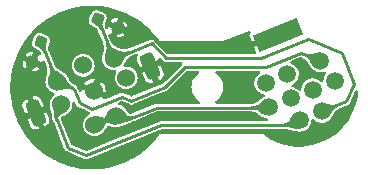
<source format=gbr>
G04 #@! TF.GenerationSoftware,KiCad,Pcbnew,(6.0.6-0)*
G04 #@! TF.CreationDate,2023-01-10T14:02:24-05:00*
G04 #@! TF.ProjectId,RGB Blaster 8DIN Adapter,52474220-426c-4617-9374-657220384449,1*
G04 #@! TF.SameCoordinates,Original*
G04 #@! TF.FileFunction,Copper,L1,Top*
G04 #@! TF.FilePolarity,Positive*
%FSLAX46Y46*%
G04 Gerber Fmt 4.6, Leading zero omitted, Abs format (unit mm)*
G04 Created by KiCad (PCBNEW (6.0.6-0)) date 2023-01-10 14:02:24*
%MOMM*%
%LPD*%
G01*
G04 APERTURE LIST*
G04 Aperture macros list*
%AMRoundRect*
0 Rectangle with rounded corners*
0 $1 Rounding radius*
0 $2 $3 $4 $5 $6 $7 $8 $9 X,Y pos of 4 corners*
0 Add a 4 corners polygon primitive as box body*
4,1,4,$2,$3,$4,$5,$6,$7,$8,$9,$2,$3,0*
0 Add four circle primitives for the rounded corners*
1,1,$1+$1,$2,$3*
1,1,$1+$1,$4,$5*
1,1,$1+$1,$6,$7*
1,1,$1+$1,$8,$9*
0 Add four rect primitives between the rounded corners*
20,1,$1+$1,$2,$3,$4,$5,0*
20,1,$1+$1,$4,$5,$6,$7,0*
20,1,$1+$1,$6,$7,$8,$9,0*
20,1,$1+$1,$8,$9,$2,$3,0*%
%AMRotRect*
0 Rectangle, with rotation*
0 The origin of the aperture is its center*
0 $1 length*
0 $2 width*
0 $3 Rotation angle, in degrees counterclockwise*
0 Add horizontal line*
21,1,$1,$2,0,0,$3*%
G04 Aperture macros list end*
G04 #@! TA.AperFunction,ComponentPad*
%ADD10C,1.500000*%
G04 #@! TD*
G04 #@! TA.AperFunction,ComponentPad*
%ADD11RotRect,4.000000X1.500000X22.000000*%
G04 #@! TD*
G04 #@! TA.AperFunction,SMDPad,CuDef*
%ADD12RoundRect,0.237500X-0.120937X0.322925X-0.316303X-0.137328X0.120937X-0.322925X0.316303X0.137328X0*%
G04 #@! TD*
G04 #@! TA.AperFunction,SMDPad,CuDef*
%ADD13RoundRect,0.237500X-0.322925X-0.120937X0.137328X-0.316303X0.322925X0.120937X-0.137328X0.316303X0*%
G04 #@! TD*
G04 #@! TA.AperFunction,ComponentPad*
%ADD14C,1.524000*%
G04 #@! TD*
G04 #@! TA.AperFunction,ComponentPad*
%ADD15RoundRect,0.300000X-0.021530X0.854129X-0.577840X0.629365X0.021530X-0.854129X0.577840X-0.629365X0*%
G04 #@! TD*
G04 #@! TA.AperFunction,ViaPad*
%ADD16C,0.700000*%
G04 #@! TD*
G04 #@! TA.AperFunction,Conductor*
%ADD17C,0.250000*%
G04 #@! TD*
G04 APERTURE END LIST*
D10*
X150381923Y-106377418D03*
X148527555Y-107126632D03*
X151487077Y-103773837D03*
X149632710Y-104523051D03*
X147778342Y-105272264D03*
X145923974Y-106021477D03*
X150274272Y-102106773D03*
X147492721Y-103230593D03*
X145638353Y-103979806D03*
D11*
X146662140Y-99866795D03*
D12*
X126615134Y-100484619D03*
X125902050Y-102164541D03*
D13*
X131425439Y-98562700D03*
X133105361Y-99275784D03*
D14*
X133003867Y-106744053D03*
X131149500Y-107493266D03*
X133839492Y-103526751D03*
X131076484Y-104643079D03*
D15*
X135886229Y-102559607D03*
X126178614Y-106481738D03*
D14*
X128322748Y-105755661D03*
X132766138Y-101911199D03*
X130199905Y-102473469D03*
X127972597Y-103847915D03*
D16*
X149069605Y-103109239D03*
X137715810Y-106789600D03*
X143367251Y-104291462D03*
X138612036Y-104622156D03*
X129279708Y-107330005D03*
D17*
X132766138Y-101911197D02*
X131419198Y-98577404D01*
X137225137Y-101845994D02*
X135988446Y-100609305D01*
X131419198Y-98577404D02*
X131425438Y-98562699D01*
X153129983Y-104009367D02*
X152084833Y-101422524D01*
X152084833Y-101422524D02*
X149467769Y-100311646D01*
X150381923Y-106377422D02*
X152485582Y-105527489D01*
X152485582Y-105527489D02*
X153129983Y-104009367D01*
X145215221Y-101845994D02*
X149245931Y-100217482D01*
X135988446Y-100609305D02*
X132766141Y-101911204D01*
X137225137Y-101845994D02*
X145215221Y-101845994D01*
X149245931Y-100217482D02*
X149467769Y-100311646D01*
X136804405Y-107525170D02*
X146140257Y-107525168D01*
X146140418Y-107525006D02*
X147541562Y-107525005D01*
X128322743Y-105755659D02*
X127862735Y-106839371D01*
X128913774Y-109440786D02*
X130448799Y-110092364D01*
X146140257Y-107525168D02*
X146140418Y-107525006D01*
X130448799Y-110092364D02*
X136803637Y-107524843D01*
X147541562Y-107525005D02*
X148527557Y-107126635D01*
X136803637Y-107524843D02*
X136804405Y-107525170D01*
X127862735Y-106839371D02*
X128913774Y-109440786D01*
X136416567Y-106041600D02*
X136414626Y-106043541D01*
X136414626Y-106043541D02*
X133821637Y-107091174D01*
X131153264Y-107491745D02*
X131149706Y-107490235D01*
X145907223Y-106041602D02*
X136416567Y-106041600D01*
X133821637Y-107091174D02*
X133003867Y-106744052D01*
X145922934Y-106025890D02*
X145907223Y-106041602D01*
X133003867Y-106744052D02*
X131153264Y-107491745D01*
X133446468Y-105128828D02*
X134266595Y-105476948D01*
X126615135Y-100484616D02*
X126614419Y-100486304D01*
X126614419Y-100486304D02*
X127972597Y-103847913D01*
X145662080Y-102619707D02*
X145662929Y-102618860D01*
X129899814Y-105688155D02*
X130954263Y-106135742D01*
X138798007Y-102619705D02*
X145662080Y-102619707D01*
X137088083Y-104329632D02*
X138798007Y-102619705D01*
X130954263Y-106135742D02*
X133446468Y-105128828D01*
X148643594Y-101414593D02*
X150274273Y-102106775D01*
X127972597Y-103847913D02*
X129401335Y-104454375D01*
X145662929Y-102618860D02*
X148643594Y-101414593D01*
X137088083Y-104336997D02*
X137088083Y-104329632D01*
X129401335Y-104454375D02*
X129899814Y-105688155D01*
X134266595Y-105476948D02*
X137088083Y-104336997D01*
G04 #@! TA.AperFunction,Conductor*
G36*
X131352646Y-98345698D02*
G01*
X131890875Y-98602009D01*
X131896871Y-98608660D01*
X131897456Y-98614011D01*
X131886618Y-98701475D01*
X131886513Y-98702160D01*
X131871128Y-98785501D01*
X131871038Y-98785938D01*
X131854313Y-98860486D01*
X131854277Y-98860537D01*
X131854300Y-98860542D01*
X131842298Y-98912842D01*
X131838447Y-98929622D01*
X131825785Y-98996222D01*
X131818564Y-99063619D01*
X131819034Y-99135094D01*
X131829446Y-99213924D01*
X131852050Y-99303389D01*
X131852144Y-99303651D01*
X131885306Y-99396184D01*
X131884871Y-99405128D01*
X131878676Y-99410978D01*
X131767833Y-99455762D01*
X131667737Y-99496203D01*
X131658782Y-99496125D01*
X131652685Y-99490156D01*
X131617054Y-99410979D01*
X131611459Y-99398546D01*
X131565090Y-99316921D01*
X131555067Y-99303125D01*
X131549076Y-99294880D01*
X131517556Y-99251497D01*
X131468216Y-99198225D01*
X131416432Y-99153062D01*
X131361563Y-99111960D01*
X131302971Y-99070872D01*
X131240204Y-99025888D01*
X131239827Y-99025606D01*
X131232863Y-99020155D01*
X131172331Y-98972771D01*
X131171796Y-98972325D01*
X131123579Y-98929533D01*
X131104773Y-98912842D01*
X131100860Y-98904787D01*
X131101787Y-98899477D01*
X131336864Y-98351647D01*
X131343276Y-98345396D01*
X131352646Y-98345698D01*
G37*
G04 #@! TD.AperFunction*
G04 #@! TA.AperFunction,Conductor*
G36*
X132310516Y-100457446D02*
G01*
X132316561Y-100463301D01*
X132387052Y-100615569D01*
X132387056Y-100615576D01*
X132387203Y-100615894D01*
X132387388Y-100616193D01*
X132449410Y-100716550D01*
X132465719Y-100742940D01*
X132548002Y-100841587D01*
X132548317Y-100841869D01*
X132548320Y-100841872D01*
X132618773Y-100904908D01*
X132634625Y-100919092D01*
X132726162Y-100982707D01*
X132726337Y-100982809D01*
X132726342Y-100982813D01*
X132760758Y-101003024D01*
X132823184Y-101039686D01*
X132823238Y-101039716D01*
X132926119Y-101097203D01*
X132926408Y-101097370D01*
X133035642Y-101162558D01*
X133036287Y-101162972D01*
X133066609Y-101183875D01*
X133152887Y-101243353D01*
X133277576Y-101346332D01*
X132912786Y-102254685D01*
X132911919Y-102256843D01*
X132911509Y-102257262D01*
X132903273Y-102260777D01*
X132898367Y-102259756D01*
X132663062Y-102154400D01*
X132663054Y-102154397D01*
X132417183Y-102044310D01*
X132013653Y-101863634D01*
X132007504Y-101857127D01*
X132006810Y-101851643D01*
X132023952Y-101699946D01*
X132024110Y-101698944D01*
X132052044Y-101560636D01*
X132052220Y-101559890D01*
X132085517Y-101437108D01*
X132085609Y-101436787D01*
X132114229Y-101342021D01*
X132119698Y-101323911D01*
X132149909Y-101215527D01*
X132152114Y-101204393D01*
X132171496Y-101106524D01*
X132171497Y-101106519D01*
X132171564Y-101106179D01*
X132172215Y-101097283D01*
X132180006Y-100990678D01*
X132180037Y-100990254D01*
X132179344Y-100980740D01*
X132170732Y-100862555D01*
X132170731Y-100862550D01*
X132170701Y-100862135D01*
X132138927Y-100716204D01*
X132103964Y-100615569D01*
X132083742Y-100557366D01*
X132084264Y-100548426D01*
X132090411Y-100542678D01*
X132286876Y-100463301D01*
X132301561Y-100457368D01*
X132310516Y-100457446D01*
G37*
G04 #@! TD.AperFunction*
G04 #@! TA.AperFunction,Conductor*
G36*
X150588790Y-105646851D02*
G01*
X150589795Y-105647011D01*
X150725009Y-105674450D01*
X150725745Y-105674624D01*
X150831101Y-105703361D01*
X150845817Y-105707375D01*
X150846142Y-105707469D01*
X150956520Y-105741031D01*
X151009530Y-105755929D01*
X151062322Y-105770766D01*
X151062326Y-105770767D01*
X151062529Y-105770824D01*
X151062739Y-105770866D01*
X151062747Y-105770868D01*
X151119951Y-105782327D01*
X151169488Y-105792250D01*
X151169852Y-105792277D01*
X151169857Y-105792278D01*
X151282454Y-105800729D01*
X151282458Y-105800729D01*
X151282884Y-105800761D01*
X151408209Y-105791816D01*
X151550951Y-105760864D01*
X151551278Y-105760751D01*
X151551287Y-105760748D01*
X151704766Y-105707469D01*
X151706085Y-105707011D01*
X151715025Y-105707535D01*
X151720769Y-105713680D01*
X151763425Y-105819259D01*
X151806080Y-105924837D01*
X151806002Y-105933792D01*
X151800150Y-105939836D01*
X151651147Y-106008862D01*
X151575280Y-106055839D01*
X151527319Y-106085535D01*
X151527315Y-106085538D01*
X151526966Y-106085754D01*
X151526653Y-106086016D01*
X151430928Y-106166101D01*
X151430924Y-106166105D01*
X151430600Y-106166376D01*
X151354942Y-106251271D01*
X151292886Y-106340982D01*
X151237325Y-106436054D01*
X151189274Y-106522428D01*
X151181242Y-106536865D01*
X151181074Y-106537158D01*
X151117456Y-106644119D01*
X151117039Y-106644770D01*
X151038829Y-106758441D01*
X151038213Y-106759257D01*
X150943338Y-106874207D01*
X150935429Y-106878406D01*
X150929955Y-106877616D01*
X150045520Y-106522428D01*
X150039120Y-106516165D01*
X150039202Y-106506790D01*
X150428684Y-105636913D01*
X150435192Y-105630762D01*
X150440679Y-105630068D01*
X150588790Y-105646851D01*
G37*
G04 #@! TD.AperFunction*
G04 #@! TA.AperFunction,Conductor*
G36*
X132977892Y-101169071D02*
G01*
X133116710Y-101197110D01*
X133117442Y-101197282D01*
X133240269Y-101230592D01*
X133240510Y-101230661D01*
X133353427Y-101264763D01*
X133461810Y-101294975D01*
X133462041Y-101295021D01*
X133462042Y-101295021D01*
X133570812Y-101316563D01*
X133570817Y-101316564D01*
X133571157Y-101316631D01*
X133571498Y-101316656D01*
X133571506Y-101316657D01*
X133686658Y-101325073D01*
X133687082Y-101325104D01*
X133687507Y-101325073D01*
X133814782Y-101315798D01*
X133814787Y-101315797D01*
X133815202Y-101315767D01*
X133961131Y-101283994D01*
X133961458Y-101283880D01*
X133961463Y-101283879D01*
X134119970Y-101228810D01*
X134128910Y-101229332D01*
X134134658Y-101235479D01*
X134154213Y-101283879D01*
X134219968Y-101446627D01*
X134219890Y-101455582D01*
X134214035Y-101461627D01*
X134061766Y-101532119D01*
X134061759Y-101532123D01*
X134061441Y-101532270D01*
X134061142Y-101532455D01*
X133934740Y-101610573D01*
X133934736Y-101610576D01*
X133934396Y-101610786D01*
X133835747Y-101693069D01*
X133758243Y-101779693D01*
X133758041Y-101779984D01*
X133758036Y-101779990D01*
X133694746Y-101871059D01*
X133694628Y-101871229D01*
X133637648Y-101968250D01*
X133637618Y-101968304D01*
X133580130Y-102071186D01*
X133579963Y-102071475D01*
X133514776Y-102180709D01*
X133514368Y-102181344D01*
X133434262Y-102297544D01*
X133433662Y-102298338D01*
X133358326Y-102389555D01*
X133336445Y-102416048D01*
X133328535Y-102420244D01*
X133323064Y-102419454D01*
X132914945Y-102255552D01*
X132662843Y-102154307D01*
X132662829Y-102154301D01*
X132565442Y-102115191D01*
X132423550Y-102058206D01*
X132417151Y-102051944D01*
X132416216Y-102047019D01*
X132416233Y-102046433D01*
X132817200Y-101150912D01*
X132977892Y-101169071D01*
G37*
G04 #@! TD.AperFunction*
G04 #@! TA.AperFunction,Conductor*
G36*
X128475585Y-105416581D02*
G01*
X128477127Y-105419389D01*
X128766598Y-106178247D01*
X128821111Y-106321155D01*
X128820857Y-106330106D01*
X128817225Y-106334665D01*
X128713605Y-106412830D01*
X128712524Y-106413554D01*
X128595685Y-106482663D01*
X128595039Y-106483019D01*
X128476862Y-106543211D01*
X128476731Y-106543276D01*
X128379637Y-106591209D01*
X128363328Y-106599260D01*
X128260608Y-106655912D01*
X128174469Y-106718123D01*
X128110701Y-106790836D01*
X128075091Y-106878992D01*
X128075075Y-106880068D01*
X128075074Y-106880071D01*
X128073442Y-106986683D01*
X128073429Y-106987538D01*
X128073663Y-106988360D01*
X128108628Y-107111304D01*
X128107595Y-107120199D01*
X128101757Y-107125353D01*
X127890921Y-107210536D01*
X127881966Y-107210458D01*
X127875551Y-107203709D01*
X127823078Y-107060329D01*
X127822811Y-107059509D01*
X127784939Y-106926361D01*
X127784727Y-106925490D01*
X127760991Y-106808705D01*
X127760860Y-106807924D01*
X127746782Y-106702543D01*
X127746726Y-106702038D01*
X127737869Y-106603142D01*
X127737862Y-106603067D01*
X127729788Y-106505909D01*
X127729787Y-106505899D01*
X127729782Y-106505839D01*
X127718044Y-106405820D01*
X127704911Y-106334665D01*
X127698227Y-106298449D01*
X127698224Y-106298437D01*
X127698184Y-106298219D01*
X127665736Y-106178247D01*
X127619184Y-106049284D01*
X127619598Y-106040340D01*
X127623207Y-106035925D01*
X128459215Y-105414175D01*
X128467898Y-105411987D01*
X128475585Y-105416581D01*
G37*
G04 #@! TD.AperFunction*
G04 #@! TA.AperFunction,Conductor*
G36*
X147979608Y-106626476D02*
G01*
X148863957Y-106981618D01*
X148870357Y-106987881D01*
X148870276Y-106997256D01*
X148480744Y-107867271D01*
X148474235Y-107873422D01*
X148468938Y-107874136D01*
X148309668Y-107858721D01*
X148308938Y-107858627D01*
X148167242Y-107835864D01*
X148166559Y-107835733D01*
X148043325Y-107808336D01*
X148042824Y-107808213D01*
X147930893Y-107778092D01*
X147930704Y-107778040D01*
X147822955Y-107747103D01*
X147822904Y-107747089D01*
X147712737Y-107717415D01*
X147712730Y-107717413D01*
X147712599Y-107717378D01*
X147619794Y-107696848D01*
X147592838Y-107690884D01*
X147592833Y-107690883D01*
X147592661Y-107690845D01*
X147592483Y-107690817D01*
X147592477Y-107690816D01*
X147555237Y-107684985D01*
X147456106Y-107669463D01*
X147295896Y-107655196D01*
X147295745Y-107655192D01*
X147295730Y-107655191D01*
X147116376Y-107650315D01*
X147108199Y-107646664D01*
X147104994Y-107638619D01*
X147104993Y-107410877D01*
X147108420Y-107402604D01*
X147115835Y-107399209D01*
X147260835Y-107388545D01*
X147260839Y-107388544D01*
X147261374Y-107388505D01*
X147303802Y-107377285D01*
X147384920Y-107355834D01*
X147384923Y-107355833D01*
X147385565Y-107355663D01*
X147437100Y-107328551D01*
X147483235Y-107304280D01*
X147483238Y-107304278D01*
X147483829Y-107303967D01*
X147562424Y-107235908D01*
X147627612Y-107153972D01*
X147627793Y-107153681D01*
X147685580Y-107060769D01*
X147685592Y-107060749D01*
X147685654Y-107060649D01*
X147742812Y-106958426D01*
X147805171Y-106850096D01*
X147805535Y-106849505D01*
X147879203Y-106737711D01*
X147879871Y-106736797D01*
X147966146Y-106629981D01*
X147974010Y-106625699D01*
X147979608Y-106626476D01*
G37*
G04 #@! TD.AperFunction*
G04 #@! TA.AperFunction,Conductor*
G36*
X145585539Y-105361159D02*
G01*
X146289850Y-106003310D01*
X146293655Y-106011416D01*
X146290298Y-106020171D01*
X145621117Y-106698843D01*
X145612868Y-106702328D01*
X145607495Y-106701063D01*
X145471801Y-106632259D01*
X145470922Y-106631765D01*
X145351698Y-106557769D01*
X145351055Y-106557340D01*
X145248355Y-106483776D01*
X145248138Y-106483615D01*
X145155091Y-106412636D01*
X145064947Y-106346527D01*
X145008620Y-106311209D01*
X144971186Y-106287737D01*
X144971182Y-106287735D01*
X144970900Y-106287558D01*
X144866027Y-106237904D01*
X144743406Y-106199742D01*
X144743015Y-106199677D01*
X144743011Y-106199676D01*
X144596438Y-106175303D01*
X144596437Y-106175303D01*
X144596113Y-106175249D01*
X144520459Y-106171592D01*
X144428359Y-106167139D01*
X144420261Y-106163317D01*
X144417224Y-106155453D01*
X144417224Y-105927738D01*
X144420651Y-105919465D01*
X144428347Y-105916052D01*
X144592931Y-105907934D01*
X144593283Y-105907874D01*
X144737011Y-105883363D01*
X144737014Y-105883362D01*
X144737426Y-105883292D01*
X144737815Y-105883167D01*
X144737823Y-105883165D01*
X144807547Y-105860752D01*
X144857452Y-105844710D01*
X144857835Y-105844521D01*
X144857840Y-105844519D01*
X144915744Y-105815944D01*
X144959757Y-105794225D01*
X145051088Y-105733874D01*
X145138188Y-105665694D01*
X145138268Y-105665628D01*
X145227695Y-105591814D01*
X145227912Y-105591639D01*
X145326407Y-105514212D01*
X145326983Y-105513787D01*
X145368732Y-105484916D01*
X145441193Y-105434807D01*
X145441999Y-105434299D01*
X145571826Y-105359662D01*
X145580705Y-105358509D01*
X145585539Y-105361159D01*
G37*
G04 #@! TD.AperFunction*
G04 #@! TA.AperFunction,Conductor*
G36*
X133578622Y-106245819D02*
G01*
X133582914Y-106249111D01*
X133653694Y-106336047D01*
X133654012Y-106336457D01*
X133722475Y-106429319D01*
X133786559Y-106518289D01*
X133786585Y-106518323D01*
X133786600Y-106518343D01*
X133827442Y-106571373D01*
X133849244Y-106599681D01*
X133849415Y-106599868D01*
X133849422Y-106599876D01*
X133913363Y-106669687D01*
X133913369Y-106669692D01*
X133913667Y-106670018D01*
X133982962Y-106725823D01*
X133983548Y-106726110D01*
X133983552Y-106726112D01*
X134008239Y-106738182D01*
X134060263Y-106763618D01*
X134148705Y-106779927D01*
X134149479Y-106779862D01*
X134149482Y-106779862D01*
X134250798Y-106771325D01*
X134250800Y-106771325D01*
X134251424Y-106771272D01*
X134361281Y-106737349D01*
X134370196Y-106738182D01*
X134375580Y-106744145D01*
X134460827Y-106955139D01*
X134460749Y-106964094D01*
X134454377Y-106970364D01*
X134303019Y-107031765D01*
X134166333Y-107087712D01*
X134049300Y-107136061D01*
X133946074Y-107179059D01*
X133850811Y-107218955D01*
X133757663Y-107257996D01*
X133757662Y-107257993D01*
X133757646Y-107258003D01*
X133660815Y-107298417D01*
X133660785Y-107298430D01*
X133554370Y-107342489D01*
X133554332Y-107342505D01*
X133432458Y-107392468D01*
X133432420Y-107392483D01*
X133297703Y-107447163D01*
X133288749Y-107447099D01*
X133283915Y-107443304D01*
X133095684Y-107190208D01*
X133095683Y-107190207D01*
X133094295Y-107188341D01*
X132653155Y-106595187D01*
X133006343Y-106460457D01*
X133008406Y-106459670D01*
X133008407Y-106459670D01*
X133569671Y-106245566D01*
X133578622Y-106245819D01*
G37*
G04 #@! TD.AperFunction*
G04 #@! TA.AperFunction,Conductor*
G36*
X132446938Y-106235802D02*
G01*
X133357124Y-106601330D01*
X132986049Y-107430100D01*
X132973492Y-107458146D01*
X132956304Y-107496535D01*
X132949796Y-107502686D01*
X132944313Y-107503380D01*
X132902962Y-107498707D01*
X132792615Y-107486238D01*
X132791613Y-107486080D01*
X132705909Y-107468770D01*
X132653298Y-107458144D01*
X132652566Y-107457972D01*
X132529737Y-107424663D01*
X132529497Y-107424594D01*
X132416581Y-107390491D01*
X132336347Y-107368127D01*
X132308427Y-107360344D01*
X132308424Y-107360343D01*
X132308197Y-107360280D01*
X132305223Y-107359691D01*
X132199194Y-107338692D01*
X132199189Y-107338691D01*
X132198849Y-107338624D01*
X132198508Y-107338599D01*
X132198500Y-107338598D01*
X132180180Y-107337259D01*
X132165650Y-107336197D01*
X132082925Y-107330151D01*
X131954805Y-107339487D01*
X131808875Y-107371261D01*
X131639520Y-107430100D01*
X131545868Y-107198305D01*
X131708564Y-107122985D01*
X131835610Y-107044469D01*
X131934258Y-106962187D01*
X131989563Y-106900373D01*
X131989564Y-106900373D01*
X132011761Y-106875563D01*
X132075376Y-106784027D01*
X132132356Y-106687006D01*
X132174350Y-106611851D01*
X132189873Y-106584070D01*
X132190040Y-106583781D01*
X132255226Y-106474547D01*
X132255640Y-106473902D01*
X132335740Y-106357712D01*
X132336340Y-106356918D01*
X132433557Y-106239208D01*
X132441467Y-106235012D01*
X132446938Y-106235802D01*
G37*
G04 #@! TD.AperFunction*
G04 #@! TA.AperFunction,Conductor*
G36*
X131361194Y-106751082D02*
G01*
X131362177Y-106751235D01*
X131500921Y-106779126D01*
X131501649Y-106779297D01*
X131624825Y-106812505D01*
X131625090Y-106812580D01*
X131738315Y-106846537D01*
X131847017Y-106876576D01*
X131847222Y-106876616D01*
X131847230Y-106876618D01*
X131904136Y-106887753D01*
X131956682Y-106898036D01*
X131957024Y-106898060D01*
X131957029Y-106898061D01*
X131976619Y-106899453D01*
X131989564Y-106900373D01*
X132072945Y-106906298D01*
X132201433Y-106896741D01*
X132347778Y-106864747D01*
X132517610Y-106805696D01*
X132611262Y-107037491D01*
X132448075Y-107112988D01*
X132320578Y-107191633D01*
X132221513Y-107274014D01*
X132165650Y-107336197D01*
X132143620Y-107360720D01*
X132143424Y-107361001D01*
X132143419Y-107361007D01*
X132079758Y-107452168D01*
X132079750Y-107452180D01*
X132079640Y-107452338D01*
X132079532Y-107452521D01*
X132022314Y-107549457D01*
X131964459Y-107652530D01*
X131964294Y-107652814D01*
X131898780Y-107762227D01*
X131898369Y-107762865D01*
X131817955Y-107879284D01*
X131817347Y-107880088D01*
X131719813Y-107998114D01*
X131711901Y-108002308D01*
X131706434Y-108001518D01*
X130807533Y-107640525D01*
X130801133Y-107634262D01*
X130801215Y-107624887D01*
X131197063Y-106740782D01*
X131203571Y-106734631D01*
X131209050Y-106733937D01*
X131361194Y-106751082D01*
G37*
G04 #@! TD.AperFunction*
G04 #@! TA.AperFunction,Conductor*
G36*
X126537860Y-100269172D02*
G01*
X127081272Y-100514272D01*
X127087405Y-100520797D01*
X127088099Y-100526151D01*
X127079004Y-100613327D01*
X127078905Y-100614053D01*
X127064949Y-100697067D01*
X127064857Y-100697551D01*
X127049118Y-100771879D01*
X127033905Y-100840679D01*
X127021584Y-100906981D01*
X127021562Y-100907191D01*
X127021561Y-100907196D01*
X127017101Y-100949235D01*
X127014467Y-100974062D01*
X127014870Y-101045196D01*
X127025104Y-101123657D01*
X127025187Y-101123987D01*
X127035666Y-101165691D01*
X127047483Y-101212723D01*
X127047578Y-101212987D01*
X127047579Y-101212992D01*
X127080534Y-101305087D01*
X127080095Y-101314031D01*
X127073902Y-101319876D01*
X126862944Y-101405108D01*
X126853989Y-101405030D01*
X126847898Y-101399076D01*
X126807546Y-101309725D01*
X126807543Y-101309719D01*
X126807430Y-101309469D01*
X126761599Y-101229672D01*
X126735835Y-101194873D01*
X126714634Y-101166237D01*
X126714630Y-101166232D01*
X126714421Y-101165950D01*
X126665288Y-101114323D01*
X126613593Y-101070815D01*
X126558724Y-101031451D01*
X126558646Y-101031399D01*
X126558629Y-101031387D01*
X126500109Y-100992272D01*
X126500016Y-100992209D01*
X126437247Y-100949377D01*
X126436842Y-100949088D01*
X126404894Y-100925232D01*
X126369283Y-100898640D01*
X126368735Y-100898203D01*
X126301799Y-100841330D01*
X126297713Y-100833362D01*
X126298530Y-100828024D01*
X126351442Y-100697307D01*
X126522205Y-100275447D01*
X126528485Y-100269064D01*
X126537860Y-100269172D01*
G37*
G04 #@! TD.AperFunction*
G04 #@! TA.AperFunction,Conductor*
G36*
X127516976Y-102394162D02*
G01*
X127523021Y-102400017D01*
X127593512Y-102552285D01*
X127593516Y-102552292D01*
X127593663Y-102552610D01*
X127672178Y-102679656D01*
X127754461Y-102778303D01*
X127841085Y-102855808D01*
X127841376Y-102856010D01*
X127841382Y-102856015D01*
X127932452Y-102919305D01*
X127932622Y-102919423D01*
X127932797Y-102919525D01*
X127932802Y-102919529D01*
X127967149Y-102939700D01*
X128029643Y-102976402D01*
X128029697Y-102976432D01*
X128132579Y-103033920D01*
X128132868Y-103034087D01*
X128147043Y-103042546D01*
X128242111Y-103099280D01*
X128242736Y-103099681D01*
X128358945Y-103179793D01*
X128359734Y-103180389D01*
X128456754Y-103260517D01*
X128477441Y-103277602D01*
X128481638Y-103285512D01*
X128480848Y-103290983D01*
X128115322Y-104201171D01*
X127220114Y-103800351D01*
X127213964Y-103793844D01*
X127213270Y-103788360D01*
X127230411Y-103636663D01*
X127230569Y-103635661D01*
X127258503Y-103497352D01*
X127258679Y-103496606D01*
X127287619Y-103389892D01*
X127291987Y-103373785D01*
X127292056Y-103373544D01*
X127319387Y-103283048D01*
X127326139Y-103260691D01*
X127326145Y-103260669D01*
X127326158Y-103260627D01*
X127348521Y-103180397D01*
X127356305Y-103152471D01*
X127356308Y-103152458D01*
X127356368Y-103152243D01*
X127378024Y-103042895D01*
X127386496Y-102926970D01*
X127381326Y-102856015D01*
X127377191Y-102799271D01*
X127377190Y-102799266D01*
X127377160Y-102798851D01*
X127345386Y-102652920D01*
X127290202Y-102494082D01*
X127290724Y-102485142D01*
X127296871Y-102479394D01*
X127493336Y-102400017D01*
X127508021Y-102394084D01*
X127516976Y-102394162D01*
G37*
G04 #@! TD.AperFunction*
G04 #@! TA.AperFunction,Conductor*
G36*
X150237132Y-101361135D02*
G01*
X150240444Y-101365564D01*
X150352745Y-101628593D01*
X150614685Y-102242107D01*
X150614782Y-102251060D01*
X150608095Y-102257632D01*
X149717594Y-102597329D01*
X149708643Y-102597076D01*
X149704272Y-102593686D01*
X149611415Y-102477096D01*
X149610814Y-102476270D01*
X149534605Y-102361257D01*
X149534199Y-102360599D01*
X149472456Y-102252542D01*
X149472293Y-102252246D01*
X149418020Y-102150548D01*
X149417978Y-102150469D01*
X149364083Y-102054443D01*
X149303602Y-101963662D01*
X149229437Y-101877459D01*
X149134493Y-101795168D01*
X149134148Y-101794946D01*
X149134144Y-101794943D01*
X149011977Y-101716317D01*
X149011973Y-101716315D01*
X149011672Y-101716121D01*
X149011358Y-101715969D01*
X149011353Y-101715966D01*
X148863897Y-101644504D01*
X148857947Y-101637812D01*
X148858230Y-101629405D01*
X148947215Y-101419768D01*
X148953602Y-101413492D01*
X148962013Y-101413356D01*
X149116183Y-101469908D01*
X149116536Y-101469991D01*
X149257950Y-101503249D01*
X149257952Y-101503249D01*
X149258363Y-101503346D01*
X149329603Y-101509683D01*
X149383082Y-101514441D01*
X149383087Y-101514441D01*
X149383513Y-101514479D01*
X149451754Y-101510553D01*
X149496679Y-101507968D01*
X149496682Y-101507968D01*
X149497041Y-101507947D01*
X149497400Y-101507882D01*
X149497405Y-101507881D01*
X149604116Y-101488436D01*
X149604123Y-101488435D01*
X149604356Y-101488392D01*
X149674507Y-101469991D01*
X149710820Y-101460466D01*
X149710838Y-101460461D01*
X149710869Y-101460453D01*
X149710905Y-101460443D01*
X149821831Y-101428819D01*
X149822158Y-101428731D01*
X149857431Y-101419768D01*
X149942765Y-101398084D01*
X149943504Y-101397923D01*
X150010660Y-101385511D01*
X150079180Y-101372847D01*
X150080192Y-101372705D01*
X150228570Y-101358511D01*
X150237132Y-101361135D01*
G37*
G04 #@! TD.AperFunction*
G04 #@! TA.AperFunction,Conductor*
G36*
X128547263Y-103349712D02*
G01*
X128551632Y-103353099D01*
X128646779Y-103472488D01*
X128647376Y-103473309D01*
X128725416Y-103590852D01*
X128725819Y-103591503D01*
X128787969Y-103699900D01*
X128789097Y-103701868D01*
X128789251Y-103702146D01*
X128844971Y-103806084D01*
X128900248Y-103904086D01*
X128962255Y-103996718D01*
X129038236Y-104084681D01*
X129135432Y-104168673D01*
X129135773Y-104168892D01*
X129135777Y-104168895D01*
X129260801Y-104249210D01*
X129260805Y-104249212D01*
X129261088Y-104249394D01*
X129261396Y-104249543D01*
X129412426Y-104322689D01*
X129418378Y-104329379D01*
X129418096Y-104337790D01*
X129359325Y-104476244D01*
X129329113Y-104547419D01*
X129322726Y-104553695D01*
X129314311Y-104553830D01*
X129156460Y-104495881D01*
X129156113Y-104495799D01*
X129011511Y-104461661D01*
X129011506Y-104461660D01*
X129011107Y-104461566D01*
X129010696Y-104461529D01*
X129010691Y-104461528D01*
X128954247Y-104456423D01*
X128883170Y-104449994D01*
X128811691Y-104453966D01*
X128767470Y-104456423D01*
X128767466Y-104456424D01*
X128767115Y-104456443D01*
X128657407Y-104476187D01*
X128657192Y-104476243D01*
X128657187Y-104476244D01*
X128548591Y-104504480D01*
X128548512Y-104504501D01*
X128435030Y-104536625D01*
X128434749Y-104536700D01*
X128366918Y-104553830D01*
X128311393Y-104567852D01*
X128310644Y-104568015D01*
X128171864Y-104593532D01*
X128170859Y-104593672D01*
X128018894Y-104608164D01*
X128010333Y-104605538D01*
X128007023Y-104601111D01*
X127771183Y-104048730D01*
X127771182Y-104048729D01*
X127621885Y-103699048D01*
X128442721Y-103385924D01*
X128444784Y-103385137D01*
X128444785Y-103385137D01*
X128538312Y-103349459D01*
X128547263Y-103349712D01*
G37*
G04 #@! TD.AperFunction*
G04 #@! TA.AperFunction,Conductor*
G36*
X131282832Y-97424268D02*
G01*
X131292165Y-97424723D01*
X131803213Y-97468942D01*
X131812468Y-97470095D01*
X132133884Y-97522520D01*
X132318768Y-97552676D01*
X132327927Y-97554527D01*
X132577236Y-97614761D01*
X132826556Y-97674997D01*
X132835528Y-97677526D01*
X133043377Y-97744664D01*
X133323676Y-97835205D01*
X133332453Y-97838410D01*
X133807329Y-98032396D01*
X133815840Y-98036253D01*
X134274756Y-98265446D01*
X134282953Y-98269933D01*
X134723321Y-98533042D01*
X134731156Y-98538134D01*
X134794571Y-98582829D01*
X135147136Y-98831315D01*
X135150440Y-98833644D01*
X135157867Y-98839309D01*
X135436611Y-99069044D01*
X135553725Y-99165567D01*
X135560707Y-99171778D01*
X135821853Y-99422324D01*
X135930861Y-99526908D01*
X135937355Y-99533626D01*
X136279723Y-99915631D01*
X136285693Y-99922820D01*
X136579216Y-100304667D01*
X136583261Y-100311676D01*
X136583359Y-100311607D01*
X136590540Y-100321753D01*
X136591656Y-100325009D01*
X136592901Y-100326576D01*
X136596757Y-100335913D01*
X136601091Y-100339796D01*
X136603606Y-100345041D01*
X136632297Y-100368011D01*
X136637528Y-100372443D01*
X136664887Y-100396956D01*
X136670473Y-100398575D01*
X136675015Y-100402211D01*
X136684851Y-100404478D01*
X136684852Y-100404479D01*
X136710813Y-100410463D01*
X136717454Y-100412189D01*
X136752747Y-100422416D01*
X136766516Y-100420102D01*
X136766517Y-100420102D01*
X136771097Y-100419332D01*
X136791712Y-100417618D01*
X141922147Y-100420354D01*
X141930508Y-100420641D01*
X141936259Y-100421033D01*
X141949628Y-100425056D01*
X141976929Y-100420755D01*
X141979684Y-100420384D01*
X141986104Y-100420388D01*
X141997428Y-100417811D01*
X142005618Y-100416236D01*
X142017262Y-100414402D01*
X142023224Y-100412005D01*
X142025864Y-100411341D01*
X142039077Y-100408335D01*
X142039079Y-100408334D01*
X142052694Y-100405236D01*
X142063620Y-100396540D01*
X142069818Y-100393561D01*
X142077265Y-100390279D01*
X143808746Y-99694155D01*
X144228477Y-99525407D01*
X144298021Y-99518664D01*
X144360170Y-99550589D01*
X144395194Y-99611047D01*
X144391971Y-99680842D01*
X144361645Y-99728900D01*
X144341284Y-99748909D01*
X144299058Y-99810927D01*
X144289695Y-99832986D01*
X144274416Y-99906438D01*
X144274207Y-99930394D01*
X144284661Y-99985458D01*
X144288078Y-99997088D01*
X144474147Y-100457623D01*
X144483850Y-100469881D01*
X144485563Y-100470468D01*
X144493185Y-100469162D01*
X146687524Y-99582591D01*
X146757056Y-99575729D01*
X146819260Y-99607548D01*
X146848946Y-99651111D01*
X146946344Y-99892179D01*
X146953206Y-99961711D01*
X146921387Y-100023915D01*
X146877824Y-100053601D01*
X144687659Y-100938486D01*
X144675401Y-100948189D01*
X144674814Y-100949902D01*
X144676120Y-100957524D01*
X144834708Y-101350043D01*
X144841570Y-101419575D01*
X144809751Y-101481779D01*
X144749353Y-101516905D01*
X144719737Y-101520494D01*
X137411325Y-101520494D01*
X137344286Y-101500809D01*
X137323644Y-101484175D01*
X136226933Y-100387465D01*
X136222482Y-100382776D01*
X136191935Y-100348851D01*
X136165537Y-100334815D01*
X136152626Y-100326903D01*
X136137022Y-100315976D01*
X136137016Y-100315973D01*
X136128130Y-100309751D01*
X136117650Y-100306943D01*
X136109795Y-100303280D01*
X136108407Y-100302733D01*
X136100159Y-100300053D01*
X136090582Y-100294961D01*
X136079839Y-100293451D01*
X136079838Y-100293451D01*
X136060980Y-100290801D01*
X136046142Y-100287782D01*
X136032565Y-100284144D01*
X136017253Y-100280041D01*
X136006442Y-100280987D01*
X135997827Y-100280233D01*
X135996303Y-100280193D01*
X135987655Y-100280495D01*
X135976911Y-100278985D01*
X135947658Y-100285203D01*
X135932700Y-100287438D01*
X135902901Y-100290046D01*
X135861514Y-100309345D01*
X135855622Y-100311907D01*
X134159817Y-100997058D01*
X134088287Y-101025958D01*
X134064458Y-101032322D01*
X134064484Y-101032429D01*
X134060186Y-101033464D01*
X134058901Y-101033807D01*
X134058774Y-101033824D01*
X134058567Y-101033853D01*
X134058565Y-101033853D01*
X134052529Y-101034692D01*
X133917883Y-101081471D01*
X133912391Y-101083379D01*
X133898079Y-101087407D01*
X133854210Y-101096959D01*
X133794318Y-101109999D01*
X133776951Y-101112510D01*
X133696130Y-101118400D01*
X133678079Y-101118398D01*
X133646989Y-101116126D01*
X133606299Y-101113152D01*
X133591263Y-101111121D01*
X133514068Y-101095833D01*
X133504866Y-101093642D01*
X133423760Y-101071034D01*
X133412017Y-101067760D01*
X133409481Y-101067024D01*
X133300174Y-101034012D01*
X133299923Y-101033937D01*
X133299920Y-101033936D01*
X133299916Y-101033935D01*
X133297073Y-101033099D01*
X133296962Y-101033067D01*
X133296878Y-101033043D01*
X133296832Y-101033030D01*
X133296752Y-101033008D01*
X133296675Y-101032986D01*
X133294387Y-101032348D01*
X133294376Y-101032345D01*
X133294057Y-101032256D01*
X133293729Y-101032167D01*
X133293627Y-101032139D01*
X133196573Y-101005819D01*
X133171660Y-100999063D01*
X133140573Y-100985867D01*
X133061178Y-100938486D01*
X133031923Y-100921027D01*
X133031856Y-100920987D01*
X133031718Y-100920905D01*
X133029225Y-100919441D01*
X133028936Y-100919274D01*
X133026359Y-100917809D01*
X132926492Y-100862007D01*
X132924262Y-100860728D01*
X132848519Y-100816247D01*
X132841076Y-100811876D01*
X132833109Y-100806779D01*
X132783048Y-100771988D01*
X132768505Y-100761881D01*
X132756589Y-100752468D01*
X132702948Y-100704473D01*
X132690409Y-100691491D01*
X132648976Y-100641819D01*
X132638495Y-100629253D01*
X132628237Y-100615016D01*
X132572421Y-100524699D01*
X132565376Y-100511605D01*
X132532642Y-100440897D01*
X132503047Y-100376969D01*
X132498206Y-100370151D01*
X132484340Y-100344812D01*
X132361798Y-100041511D01*
X133061048Y-100041511D01*
X133061845Y-100043138D01*
X133068158Y-100047603D01*
X133091601Y-100057554D01*
X133097900Y-100059834D01*
X133144646Y-100073948D01*
X133159856Y-100076527D01*
X133282781Y-100081786D01*
X133300181Y-100080050D01*
X133418615Y-100050849D01*
X133434822Y-100044301D01*
X133540297Y-99983037D01*
X133554025Y-99972196D01*
X133638796Y-99883022D01*
X133647943Y-99870604D01*
X133671761Y-99827986D01*
X133674718Y-99821950D01*
X133678022Y-99814168D01*
X133679829Y-99798641D01*
X133679033Y-99797016D01*
X133672717Y-99792548D01*
X133256332Y-99615803D01*
X133240807Y-99613997D01*
X133239180Y-99614794D01*
X133234715Y-99621106D01*
X133062854Y-100025986D01*
X133061048Y-100041511D01*
X132361798Y-100041511D01*
X132327247Y-99955994D01*
X132320385Y-99886462D01*
X132352204Y-99824258D01*
X132412602Y-99789132D01*
X132482402Y-99792235D01*
X132502713Y-99801301D01*
X132546542Y-99825797D01*
X132552571Y-99828750D01*
X132571860Y-99836939D01*
X132587388Y-99838745D01*
X132589014Y-99837949D01*
X132593481Y-99831634D01*
X132765342Y-99426755D01*
X132767148Y-99411230D01*
X132766351Y-99409603D01*
X132760039Y-99405138D01*
X132343652Y-99228393D01*
X132328127Y-99226587D01*
X132326501Y-99227384D01*
X132322034Y-99233698D01*
X132316968Y-99245634D01*
X132314692Y-99251920D01*
X132303168Y-99290089D01*
X132264947Y-99348578D01*
X132201172Y-99377118D01*
X132132091Y-99366648D01*
X132079637Y-99320492D01*
X132067730Y-99296082D01*
X132066268Y-99292001D01*
X132052250Y-99252888D01*
X132050879Y-99249061D01*
X132047387Y-99237604D01*
X132033378Y-99182160D01*
X132030668Y-99168020D01*
X132027012Y-99140338D01*
X133443574Y-99140338D01*
X133444371Y-99141965D01*
X133450683Y-99146430D01*
X133867070Y-99323175D01*
X133882595Y-99324981D01*
X133884221Y-99324184D01*
X133888688Y-99317870D01*
X133893754Y-99305934D01*
X133896030Y-99299648D01*
X133910148Y-99252888D01*
X133912727Y-99237677D01*
X133917986Y-99114756D01*
X133916249Y-99097355D01*
X133887051Y-98978925D01*
X133880498Y-98962708D01*
X133819235Y-98857235D01*
X133808398Y-98843513D01*
X133719223Y-98758741D01*
X133706804Y-98749593D01*
X133664180Y-98725771D01*
X133658151Y-98722818D01*
X133638862Y-98714629D01*
X133623334Y-98712823D01*
X133621708Y-98713619D01*
X133617241Y-98719934D01*
X133445380Y-99124813D01*
X133443574Y-99140338D01*
X132027012Y-99140338D01*
X132025460Y-99128587D01*
X132024395Y-99113167D01*
X132024183Y-99080955D01*
X132024886Y-99066928D01*
X132025096Y-99064976D01*
X132028692Y-99031409D01*
X132030168Y-99021461D01*
X132039173Y-98974094D01*
X132040133Y-98969518D01*
X132054593Y-98906508D01*
X132054842Y-98906565D01*
X132055098Y-98905532D01*
X132054829Y-98905472D01*
X132067371Y-98849568D01*
X132071554Y-98830924D01*
X132072314Y-98827391D01*
X132072404Y-98826954D01*
X132072454Y-98826700D01*
X132073165Y-98823056D01*
X132073184Y-98822954D01*
X132073213Y-98822807D01*
X132073487Y-98821326D01*
X132079026Y-98791317D01*
X132086823Y-98765378D01*
X132092108Y-98752927D01*
X132530893Y-98752927D01*
X132531689Y-98754552D01*
X132538005Y-98759020D01*
X132954390Y-98935765D01*
X132969915Y-98937571D01*
X132971542Y-98936774D01*
X132976007Y-98930462D01*
X133147868Y-98525582D01*
X133149674Y-98510057D01*
X133148877Y-98508430D01*
X133142564Y-98503965D01*
X133119121Y-98494014D01*
X133112822Y-98491734D01*
X133066076Y-98477620D01*
X133050866Y-98475041D01*
X132927941Y-98469782D01*
X132910541Y-98471518D01*
X132792107Y-98500719D01*
X132775900Y-98507267D01*
X132670425Y-98568531D01*
X132656697Y-98579372D01*
X132571926Y-98668546D01*
X132562779Y-98680964D01*
X132538961Y-98723582D01*
X132536004Y-98729618D01*
X132532700Y-98737400D01*
X132530893Y-98752927D01*
X132092108Y-98752927D01*
X132170853Y-98567414D01*
X132171992Y-98564731D01*
X132175802Y-98552723D01*
X132179022Y-98542571D01*
X132181307Y-98535368D01*
X132186630Y-98451931D01*
X132189102Y-98413181D01*
X132189102Y-98413179D01*
X132189692Y-98403928D01*
X132159057Y-98275832D01*
X132092111Y-98162407D01*
X132075384Y-98147160D01*
X132000363Y-98078776D01*
X132000361Y-98078775D01*
X131994773Y-98073681D01*
X131988126Y-98070087D01*
X131988122Y-98070084D01*
X131978138Y-98064686D01*
X131967677Y-98059030D01*
X131411079Y-97822769D01*
X131408311Y-97821891D01*
X131408306Y-97821889D01*
X131388921Y-97815739D01*
X131388918Y-97815738D01*
X131381717Y-97813454D01*
X131250276Y-97805070D01*
X131205664Y-97815739D01*
X131131198Y-97833547D01*
X131131196Y-97833548D01*
X131122180Y-97835704D01*
X131008756Y-97902650D01*
X130920030Y-97999988D01*
X130905378Y-98027084D01*
X130904244Y-98029756D01*
X130904239Y-98029766D01*
X130802295Y-98269933D01*
X130678886Y-98560669D01*
X130669571Y-98590032D01*
X130661186Y-98721472D01*
X130691821Y-98849568D01*
X130758767Y-98962993D01*
X130765619Y-98969239D01*
X130765620Y-98969240D01*
X130833824Y-99031409D01*
X130856105Y-99051719D01*
X130862752Y-99055313D01*
X130862756Y-99055316D01*
X130872740Y-99060714D01*
X130883201Y-99066370D01*
X131032654Y-99129809D01*
X131060633Y-99146308D01*
X131113158Y-99187424D01*
X131113425Y-99187628D01*
X131116479Y-99189966D01*
X131116523Y-99189999D01*
X131116737Y-99190163D01*
X131117114Y-99190445D01*
X131120495Y-99192921D01*
X131120754Y-99193107D01*
X131120811Y-99193148D01*
X131182956Y-99237686D01*
X131183262Y-99237905D01*
X131184983Y-99239125D01*
X131185043Y-99239167D01*
X131185115Y-99239218D01*
X131239328Y-99277235D01*
X131242476Y-99279517D01*
X131283432Y-99310197D01*
X131290591Y-99315988D01*
X131319909Y-99341557D01*
X131329381Y-99350749D01*
X131353480Y-99376769D01*
X131362821Y-99388140D01*
X131388008Y-99422808D01*
X131395506Y-99434442D01*
X131425144Y-99486613D01*
X131430405Y-99496977D01*
X131462908Y-99569205D01*
X131462911Y-99569210D01*
X131465286Y-99574488D01*
X131468604Y-99579241D01*
X131470775Y-99582351D01*
X131484070Y-99606878D01*
X131856366Y-100528341D01*
X131880888Y-100589036D01*
X131887255Y-100612875D01*
X131887360Y-100612850D01*
X131888383Y-100617099D01*
X131888738Y-100618429D01*
X131889624Y-100624808D01*
X131938320Y-100764967D01*
X131942339Y-100779247D01*
X131964934Y-100883018D01*
X131967442Y-100900376D01*
X131973332Y-100981212D01*
X131973330Y-100999261D01*
X131968085Y-101071034D01*
X131966054Y-101086079D01*
X131950810Y-101163056D01*
X131950769Y-101163263D01*
X131948581Y-101172456D01*
X131928759Y-101243567D01*
X131922690Y-101265338D01*
X131921949Y-101267891D01*
X131920762Y-101271821D01*
X131888885Y-101377375D01*
X131888062Y-101380169D01*
X131887970Y-101380490D01*
X131887181Y-101383322D01*
X131853884Y-101506104D01*
X131852211Y-101512703D01*
X131852035Y-101513449D01*
X131850611Y-101519953D01*
X131822677Y-101658261D01*
X131822558Y-101658921D01*
X131822558Y-101658923D01*
X131822117Y-101661379D01*
X131821118Y-101666935D01*
X131820960Y-101667937D01*
X131819752Y-101676871D01*
X131819680Y-101677506D01*
X131819676Y-101677540D01*
X131812905Y-101737460D01*
X131802610Y-101828568D01*
X131802635Y-101832274D01*
X131802798Y-101856720D01*
X131802028Y-101871371D01*
X131799075Y-101897695D01*
X131814870Y-102085789D01*
X131866898Y-102267233D01*
X131869670Y-102272628D01*
X131869671Y-102272629D01*
X131888376Y-102309025D01*
X131953178Y-102435116D01*
X131956946Y-102439870D01*
X132053367Y-102561523D01*
X132070423Y-102583043D01*
X132075042Y-102586974D01*
X132209554Y-102701453D01*
X132209559Y-102701457D01*
X132214168Y-102705379D01*
X132378938Y-102797466D01*
X132384710Y-102799341D01*
X132384709Y-102799341D01*
X132540503Y-102849961D01*
X132558455Y-102855794D01*
X132745883Y-102878144D01*
X132751927Y-102877679D01*
X132751928Y-102877679D01*
X132836976Y-102871135D01*
X132884540Y-102867475D01*
X132952892Y-102881959D01*
X133002563Y-102931097D01*
X133017783Y-102999289D01*
X133002715Y-103050847D01*
X132953465Y-103140432D01*
X132953462Y-103140440D01*
X132950544Y-103145747D01*
X132948712Y-103151521D01*
X132948712Y-103151522D01*
X132942494Y-103171124D01*
X132893470Y-103325668D01*
X132888652Y-103368618D01*
X132875117Y-103489288D01*
X132872429Y-103513247D01*
X132888224Y-103701341D01*
X132940252Y-103882785D01*
X132943024Y-103888180D01*
X132943025Y-103888181D01*
X132958163Y-103917636D01*
X133026532Y-104050668D01*
X133030300Y-104055422D01*
X133133385Y-104185483D01*
X133143777Y-104198595D01*
X133148396Y-104202526D01*
X133282908Y-104317005D01*
X133282913Y-104317009D01*
X133287522Y-104320931D01*
X133452292Y-104413018D01*
X133527040Y-104437305D01*
X133599601Y-104460881D01*
X133631809Y-104471346D01*
X133819237Y-104493696D01*
X133825281Y-104493231D01*
X133825282Y-104493231D01*
X133880746Y-104488963D01*
X134007437Y-104479215D01*
X134189240Y-104428454D01*
X134319751Y-104362529D01*
X134352309Y-104346083D01*
X134352311Y-104346082D01*
X134357721Y-104343349D01*
X134506462Y-104227139D01*
X134594253Y-104125432D01*
X134625834Y-104088846D01*
X134625836Y-104088843D01*
X134629799Y-104084252D01*
X134634693Y-104075638D01*
X134670712Y-104012233D01*
X134723034Y-103920129D01*
X134782615Y-103741023D01*
X134783852Y-103731238D01*
X134805837Y-103557200D01*
X134805837Y-103557199D01*
X134806272Y-103553756D01*
X134806649Y-103526751D01*
X134799247Y-103451262D01*
X134788822Y-103344932D01*
X134788822Y-103344930D01*
X134788230Y-103338896D01*
X134786478Y-103333093D01*
X134735426Y-103164002D01*
X134733673Y-103158196D01*
X134712441Y-103118264D01*
X135196960Y-103118264D01*
X135198266Y-103125886D01*
X135412418Y-103655929D01*
X135415619Y-103662656D01*
X135453632Y-103731517D01*
X135462973Y-103744256D01*
X135555567Y-103841490D01*
X135568662Y-103851944D01*
X135683581Y-103920447D01*
X135698989Y-103926988D01*
X135828101Y-103962068D01*
X135844706Y-103964225D01*
X135978980Y-103963288D01*
X135994633Y-103961157D01*
X136070557Y-103940670D01*
X136077644Y-103938292D01*
X136139912Y-103913135D01*
X136152170Y-103903433D01*
X136152756Y-103901720D01*
X136151450Y-103894097D01*
X135752553Y-102906794D01*
X135742850Y-102894536D01*
X135741137Y-102893949D01*
X135733515Y-102895255D01*
X135209805Y-103106848D01*
X135197547Y-103116551D01*
X135196960Y-103118264D01*
X134712441Y-103118264D01*
X134681351Y-103059792D01*
X134647905Y-102996888D01*
X134647904Y-102996886D01*
X134645058Y-102991534D01*
X134638804Y-102983865D01*
X134529593Y-102849961D01*
X134529592Y-102849960D01*
X134525758Y-102845259D01*
X134486645Y-102812902D01*
X134384994Y-102728809D01*
X134384991Y-102728807D01*
X134380319Y-102724942D01*
X134374346Y-102721712D01*
X134342881Y-102704699D01*
X136220571Y-102704699D01*
X136221877Y-102712321D01*
X136620774Y-103699623D01*
X136630477Y-103711881D01*
X136632190Y-103712468D01*
X136639812Y-103711162D01*
X136706262Y-103684314D01*
X136712989Y-103681113D01*
X136781850Y-103643100D01*
X136794589Y-103633759D01*
X136891824Y-103541164D01*
X136902278Y-103528068D01*
X136970778Y-103413157D01*
X136977323Y-103397738D01*
X137012401Y-103268631D01*
X137014558Y-103252025D01*
X137013621Y-103117754D01*
X137011490Y-103102097D01*
X136991001Y-103026166D01*
X136988630Y-103019100D01*
X136776164Y-102493228D01*
X136766461Y-102480970D01*
X136764748Y-102480383D01*
X136757126Y-102481689D01*
X136233416Y-102693283D01*
X136221158Y-102702986D01*
X136220571Y-102704699D01*
X134342881Y-102704699D01*
X134219623Y-102638054D01*
X134214280Y-102635165D01*
X134184628Y-102625986D01*
X134039766Y-102581143D01*
X134039762Y-102581142D01*
X134033966Y-102579348D01*
X133846244Y-102559618D01*
X133840211Y-102560167D01*
X133840207Y-102560167D01*
X133743742Y-102568946D01*
X133675194Y-102555418D01*
X133624842Y-102506978D01*
X133608672Y-102439005D01*
X133630411Y-102375079D01*
X133683560Y-102297982D01*
X133687257Y-102292428D01*
X133687665Y-102291793D01*
X133687919Y-102291383D01*
X133690992Y-102286422D01*
X133691005Y-102286401D01*
X133691242Y-102286018D01*
X133693924Y-102281525D01*
X133731214Y-102219036D01*
X133756429Y-102176784D01*
X133757892Y-102174292D01*
X133758059Y-102174003D01*
X133759524Y-102171427D01*
X133762565Y-102165986D01*
X133815287Y-102071632D01*
X133816610Y-102069322D01*
X133818205Y-102066607D01*
X133865462Y-101986140D01*
X133870561Y-101978170D01*
X133915455Y-101913571D01*
X133924870Y-101901654D01*
X133972864Y-101848013D01*
X133985848Y-101835472D01*
X133989905Y-101832088D01*
X134048076Y-101783568D01*
X134062305Y-101773314D01*
X134152637Y-101717487D01*
X134165729Y-101710445D01*
X134295185Y-101650514D01*
X134295198Y-101650506D01*
X134300368Y-101648113D01*
X134307184Y-101643273D01*
X134332526Y-101629404D01*
X134359614Y-101618460D01*
X134583854Y-101527861D01*
X134669086Y-101493425D01*
X134738618Y-101486563D01*
X134800822Y-101518382D01*
X134835948Y-101578780D01*
X134832845Y-101648580D01*
X134822048Y-101671889D01*
X134801680Y-101706057D01*
X134795135Y-101721476D01*
X134760057Y-101850583D01*
X134757900Y-101867189D01*
X134758837Y-102001460D01*
X134760968Y-102017117D01*
X134781457Y-102093048D01*
X134783828Y-102100114D01*
X134996294Y-102625986D01*
X135005997Y-102638244D01*
X135007710Y-102638831D01*
X135015332Y-102637525D01*
X135555574Y-102419252D01*
X136562653Y-102012366D01*
X136574911Y-102002663D01*
X136575498Y-102000950D01*
X136574192Y-101993331D01*
X136573400Y-101991370D01*
X136572781Y-101985099D01*
X136571939Y-101980187D01*
X136572290Y-101980127D01*
X136566537Y-101921838D01*
X136598354Y-101859633D01*
X136658751Y-101824505D01*
X136728552Y-101827607D01*
X136776051Y-101857235D01*
X136981093Y-102062276D01*
X136988402Y-102070252D01*
X137000748Y-102084965D01*
X137012682Y-102099188D01*
X137022074Y-102104610D01*
X137022076Y-102104612D01*
X137045394Y-102118074D01*
X137054520Y-102123888D01*
X137085453Y-102145548D01*
X137095928Y-102148355D01*
X137099237Y-102149898D01*
X137102695Y-102151157D01*
X137112092Y-102156582D01*
X137142023Y-102161860D01*
X137149282Y-102163140D01*
X137159840Y-102165481D01*
X137184045Y-102171966D01*
X137196331Y-102175258D01*
X137207135Y-102174313D01*
X137207138Y-102174313D01*
X137233961Y-102171966D01*
X137244768Y-102171494D01*
X138483272Y-102171494D01*
X138550311Y-102191179D01*
X138596066Y-102243983D01*
X138606010Y-102313141D01*
X138578261Y-102375200D01*
X138561270Y-102395449D01*
X138553962Y-102403424D01*
X137170131Y-103787258D01*
X136910230Y-104047159D01*
X136869000Y-104074449D01*
X134317291Y-105105402D01*
X134247759Y-105112264D01*
X134222390Y-105104574D01*
X133591711Y-104836869D01*
X133581947Y-104832212D01*
X133563839Y-104822584D01*
X133548605Y-104814484D01*
X133511206Y-104809228D01*
X133500570Y-104807257D01*
X133474334Y-104801200D01*
X133463765Y-104798760D01*
X133453000Y-104800082D01*
X133449338Y-104799890D01*
X133445676Y-104800018D01*
X133434934Y-104798508D01*
X133397981Y-104806363D01*
X133387332Y-104808145D01*
X133349832Y-104812749D01*
X133340164Y-104817675D01*
X133316175Y-104829898D01*
X133306338Y-104834382D01*
X132526692Y-105149378D01*
X132042848Y-105344863D01*
X131973316Y-105351725D01*
X131911112Y-105319906D01*
X131881570Y-105269109D01*
X131870046Y-105255861D01*
X130743430Y-104777642D01*
X130107331Y-104507633D01*
X131414697Y-104507633D01*
X131415494Y-104509260D01*
X131421806Y-104513725D01*
X132061330Y-104785186D01*
X132075113Y-104786789D01*
X132079288Y-104779890D01*
X132092550Y-104674913D01*
X132093033Y-104668005D01*
X132093333Y-104646540D01*
X132093043Y-104639632D01*
X132074606Y-104451600D01*
X132072261Y-104439758D01*
X132018405Y-104261376D01*
X132013804Y-104250215D01*
X131926326Y-104085691D01*
X131919646Y-104075638D01*
X131801879Y-103931241D01*
X131793367Y-103922670D01*
X131707077Y-103851284D01*
X131694325Y-103845809D01*
X131688658Y-103850950D01*
X131416503Y-104492108D01*
X131414697Y-104507633D01*
X130107331Y-104507633D01*
X130091243Y-104500804D01*
X130077460Y-104499201D01*
X130073498Y-104505748D01*
X130062858Y-104600603D01*
X130035823Y-104665030D01*
X129978248Y-104704614D01*
X129908412Y-104706786D01*
X129848488Y-104670857D01*
X129824660Y-104633231D01*
X129822121Y-104626947D01*
X129710487Y-104350641D01*
X129706877Y-104340448D01*
X129705988Y-104337538D01*
X129695832Y-104304321D01*
X129689305Y-104295659D01*
X129689302Y-104295654D01*
X129673093Y-104274145D01*
X129666964Y-104265228D01*
X129661009Y-104255697D01*
X129646960Y-104233213D01*
X129638407Y-104226531D01*
X129635953Y-104223805D01*
X129633280Y-104221312D01*
X129626750Y-104212647D01*
X129617652Y-104206739D01*
X129617650Y-104206737D01*
X129595074Y-104192077D01*
X129586266Y-104185794D01*
X129565055Y-104169222D01*
X129556505Y-104162542D01*
X129546189Y-104159190D01*
X129546187Y-104159189D01*
X129538193Y-104156592D01*
X129511785Y-104144427D01*
X129506864Y-104141415D01*
X129502000Y-104137738D01*
X129368471Y-104073068D01*
X129355504Y-104065798D01*
X129292252Y-104025165D01*
X130278951Y-104025165D01*
X130283921Y-104030720D01*
X130925513Y-104303060D01*
X130941038Y-104304866D01*
X130942665Y-104304069D01*
X130947130Y-104297757D01*
X131218873Y-103657568D01*
X131220476Y-103643785D01*
X131214098Y-103639925D01*
X131089611Y-103626841D01*
X131077546Y-103626756D01*
X130891979Y-103643644D01*
X130880116Y-103645907D01*
X130701363Y-103698517D01*
X130690174Y-103703038D01*
X130525041Y-103789368D01*
X130514945Y-103795974D01*
X130369724Y-103912734D01*
X130361099Y-103921181D01*
X130284515Y-104012451D01*
X130278951Y-104025165D01*
X129292252Y-104025165D01*
X129266175Y-104008413D01*
X129252118Y-103997907D01*
X129190792Y-103944912D01*
X129178031Y-103932148D01*
X129130985Y-103877684D01*
X129121778Y-103865602D01*
X129078020Y-103800231D01*
X129073061Y-103792174D01*
X129066839Y-103781143D01*
X129025690Y-103708189D01*
X129024414Y-103705868D01*
X128970482Y-103605266D01*
X128970451Y-103605209D01*
X128970367Y-103605052D01*
X128969012Y-103602566D01*
X128968858Y-103602288D01*
X128967373Y-103599653D01*
X128961410Y-103589252D01*
X128904377Y-103489779D01*
X128904354Y-103489740D01*
X128904095Y-103489288D01*
X128900548Y-103483337D01*
X128900145Y-103482686D01*
X128896618Y-103477186D01*
X128818578Y-103359643D01*
X128816585Y-103356775D01*
X128813936Y-103352964D01*
X128813930Y-103352955D01*
X128813580Y-103352452D01*
X128812983Y-103351631D01*
X128807486Y-103344412D01*
X128712339Y-103225023D01*
X128688003Y-103201011D01*
X128679010Y-103191126D01*
X128658863Y-103166423D01*
X128631305Y-103143625D01*
X128614258Y-103126457D01*
X128612154Y-103123877D01*
X128612153Y-103123876D01*
X128608302Y-103119154D01*
X128490595Y-103021941D01*
X128483599Y-103016414D01*
X128482810Y-103015818D01*
X128482246Y-103015411D01*
X128482219Y-103015391D01*
X128476131Y-103010997D01*
X128476115Y-103010986D01*
X128475582Y-103010601D01*
X128411668Y-102966540D01*
X128359703Y-102930716D01*
X128359664Y-102930690D01*
X128359373Y-102930489D01*
X128353708Y-102926720D01*
X128353083Y-102926319D01*
X128352668Y-102926062D01*
X128347863Y-102923087D01*
X128347811Y-102923055D01*
X128347421Y-102922814D01*
X128271333Y-102877407D01*
X128238455Y-102857786D01*
X128238395Y-102857751D01*
X128238178Y-102857621D01*
X128235685Y-102856158D01*
X128235396Y-102855991D01*
X128232820Y-102854526D01*
X128132987Y-102798742D01*
X128130689Y-102797424D01*
X128047534Y-102748590D01*
X128039563Y-102743490D01*
X127974972Y-102698602D01*
X127963054Y-102689188D01*
X127909407Y-102641189D01*
X127896866Y-102628205D01*
X127844955Y-102565970D01*
X127834696Y-102551731D01*
X127778880Y-102461414D01*
X127778100Y-102459965D01*
X129232842Y-102459965D01*
X129248637Y-102648059D01*
X129300665Y-102829503D01*
X129303437Y-102834898D01*
X129303438Y-102834899D01*
X129316996Y-102861280D01*
X129386945Y-102997386D01*
X129390713Y-103002140D01*
X129496714Y-103135880D01*
X129504190Y-103145313D01*
X129508809Y-103149244D01*
X129643321Y-103263723D01*
X129643326Y-103263727D01*
X129647935Y-103267649D01*
X129812705Y-103359736D01*
X129884351Y-103383015D01*
X129977120Y-103413157D01*
X129992222Y-103418064D01*
X130179650Y-103440414D01*
X130185694Y-103439949D01*
X130185695Y-103439949D01*
X130243813Y-103435477D01*
X130367850Y-103425933D01*
X130549653Y-103375172D01*
X130659771Y-103319548D01*
X130712722Y-103292801D01*
X130712724Y-103292800D01*
X130718134Y-103290067D01*
X130866875Y-103173857D01*
X130959457Y-103066600D01*
X130986247Y-103035564D01*
X130986249Y-103035561D01*
X130990212Y-103030970D01*
X130995342Y-103021941D01*
X131037421Y-102947868D01*
X131083447Y-102866847D01*
X131134851Y-102712321D01*
X131141116Y-102693489D01*
X131141116Y-102693488D01*
X131143028Y-102687741D01*
X131146039Y-102663911D01*
X131166250Y-102503918D01*
X131166250Y-102503917D01*
X131166685Y-102500474D01*
X131166957Y-102480970D01*
X131167014Y-102476930D01*
X131167014Y-102476924D01*
X131167062Y-102473469D01*
X131155107Y-102351544D01*
X131149235Y-102291650D01*
X131149235Y-102291648D01*
X131148643Y-102285614D01*
X131146891Y-102279811D01*
X131095839Y-102110720D01*
X131094086Y-102104914D01*
X131026696Y-101978170D01*
X131008318Y-101943606D01*
X131008317Y-101943604D01*
X131005471Y-101938252D01*
X131000677Y-101932373D01*
X130890006Y-101796679D01*
X130890005Y-101796678D01*
X130886171Y-101791977D01*
X130791394Y-101713571D01*
X130745407Y-101675527D01*
X130745404Y-101675525D01*
X130740732Y-101671660D01*
X130735053Y-101668589D01*
X130580036Y-101584772D01*
X130574693Y-101581883D01*
X130499553Y-101558623D01*
X130400179Y-101527861D01*
X130400175Y-101527860D01*
X130394379Y-101526066D01*
X130206657Y-101506336D01*
X130200624Y-101506885D01*
X130200620Y-101506885D01*
X130024720Y-101522893D01*
X130024719Y-101522893D01*
X130018678Y-101523443D01*
X130012859Y-101525156D01*
X130012857Y-101525156D01*
X129843417Y-101575025D01*
X129843412Y-101575027D01*
X129837602Y-101576737D01*
X129832232Y-101579544D01*
X129832228Y-101579546D01*
X129770626Y-101611751D01*
X129670325Y-101664187D01*
X129612792Y-101710445D01*
X129528853Y-101777934D01*
X129523221Y-101782462D01*
X129401891Y-101927057D01*
X129361268Y-102000950D01*
X129315240Y-102084675D01*
X129310957Y-102092465D01*
X129253883Y-102272386D01*
X129248670Y-102318862D01*
X129234785Y-102442647D01*
X129232842Y-102459965D01*
X127778100Y-102459965D01*
X127771835Y-102448320D01*
X127767523Y-102439005D01*
X127709507Y-102313685D01*
X127706198Y-102309025D01*
X127704663Y-102306862D01*
X127690798Y-102281525D01*
X127444489Y-101671889D01*
X127282851Y-101271819D01*
X127275166Y-101243574D01*
X127274020Y-101235851D01*
X127271796Y-101229634D01*
X127261335Y-101200400D01*
X127246378Y-101158600D01*
X127242874Y-101147065D01*
X127229090Y-101092208D01*
X127226395Y-101078037D01*
X127221291Y-101038908D01*
X127220251Y-101023571D01*
X127220151Y-101005819D01*
X127220068Y-100991255D01*
X127220758Y-100977474D01*
X127220993Y-100975265D01*
X127224580Y-100941450D01*
X127225976Y-100931875D01*
X127234924Y-100883728D01*
X127235760Y-100879614D01*
X127249771Y-100816247D01*
X127250120Y-100814637D01*
X127250203Y-100814246D01*
X127265839Y-100740408D01*
X127265859Y-100740312D01*
X127265899Y-100740122D01*
X127266742Y-100735926D01*
X127266834Y-100735442D01*
X127267605Y-100731137D01*
X127273102Y-100698440D01*
X127280444Y-100654769D01*
X127288585Y-100626878D01*
X127353926Y-100472943D01*
X127353928Y-100472938D01*
X127355065Y-100470259D01*
X127364380Y-100440897D01*
X127372764Y-100309456D01*
X127357447Y-100245408D01*
X127344287Y-100190378D01*
X127344286Y-100190376D01*
X127342130Y-100181360D01*
X127275184Y-100067936D01*
X127256439Y-100050849D01*
X127183431Y-99984301D01*
X127183432Y-99984301D01*
X127177846Y-99979210D01*
X127150750Y-99964558D01*
X127148078Y-99963424D01*
X127148068Y-99963419D01*
X126647638Y-99751001D01*
X126617165Y-99738066D01*
X126614394Y-99737187D01*
X126614386Y-99737184D01*
X126595005Y-99731036D01*
X126587802Y-99728751D01*
X126533430Y-99725282D01*
X126465615Y-99720956D01*
X126465613Y-99720956D01*
X126456362Y-99720366D01*
X126447348Y-99722522D01*
X126447346Y-99722522D01*
X126421301Y-99728751D01*
X126328266Y-99751001D01*
X126214841Y-99817947D01*
X126208595Y-99824799D01*
X126208594Y-99824800D01*
X126132546Y-99908230D01*
X126126115Y-99915285D01*
X126122521Y-99921932D01*
X126122518Y-99921936D01*
X126120577Y-99925527D01*
X126111464Y-99942381D01*
X125875203Y-100498979D01*
X125874325Y-100501747D01*
X125874323Y-100501752D01*
X125869054Y-100518362D01*
X125865888Y-100528341D01*
X125857504Y-100659782D01*
X125865087Y-100691491D01*
X125882656Y-100764954D01*
X125888138Y-100787878D01*
X125955084Y-100901302D01*
X125961935Y-100907546D01*
X125961935Y-100907547D01*
X125993853Y-100936641D01*
X126052422Y-100990028D01*
X126059067Y-100993621D01*
X126059068Y-100993622D01*
X126076945Y-101003289D01*
X126076951Y-101003292D01*
X126079518Y-101004680D01*
X126082199Y-101005818D01*
X126082201Y-101005819D01*
X126270389Y-101085700D01*
X126296128Y-101100486D01*
X126313626Y-101113552D01*
X126313720Y-101113621D01*
X126313887Y-101113746D01*
X126317476Y-101116366D01*
X126317881Y-101116655D01*
X126321417Y-101119123D01*
X126384186Y-101161955D01*
X126385817Y-101163056D01*
X126385966Y-101163155D01*
X126386096Y-101163243D01*
X126439986Y-101199265D01*
X126443361Y-101201602D01*
X126483458Y-101230369D01*
X126491007Y-101236239D01*
X126519029Y-101259823D01*
X126528981Y-101269185D01*
X126533963Y-101274420D01*
X126551537Y-101292886D01*
X126561371Y-101304587D01*
X126585055Y-101336577D01*
X126592922Y-101348600D01*
X126621260Y-101397941D01*
X126626736Y-101408649D01*
X126644643Y-101448299D01*
X126654297Y-101517499D01*
X126625006Y-101580932D01*
X126566070Y-101618460D01*
X126496201Y-101618167D01*
X126471141Y-101607580D01*
X126454247Y-101598138D01*
X126448216Y-101595184D01*
X126440434Y-101591880D01*
X126424907Y-101590073D01*
X126423282Y-101590869D01*
X126418814Y-101597185D01*
X126242069Y-102013570D01*
X126240263Y-102029095D01*
X126241060Y-102030722D01*
X126247372Y-102035187D01*
X126652252Y-102207048D01*
X126667777Y-102208854D01*
X126669404Y-102208057D01*
X126673869Y-102201744D01*
X126683820Y-102178301D01*
X126686098Y-102172007D01*
X126694807Y-102143163D01*
X126733029Y-102084675D01*
X126796804Y-102056136D01*
X126865885Y-102066607D01*
X126918338Y-102112764D01*
X126928483Y-102132550D01*
X127064485Y-102469167D01*
X127087349Y-102525758D01*
X127093715Y-102549593D01*
X127093821Y-102549568D01*
X127094848Y-102553833D01*
X127095198Y-102555144D01*
X127096084Y-102561523D01*
X127105901Y-102589780D01*
X127144772Y-102701664D01*
X127148801Y-102715977D01*
X127171390Y-102819723D01*
X127173901Y-102837091D01*
X127179792Y-102917928D01*
X127179790Y-102935980D01*
X127177353Y-102969328D01*
X127174955Y-103002140D01*
X127174545Y-103007744D01*
X127172513Y-103022791D01*
X127158119Y-103095479D01*
X127157226Y-103099986D01*
X127155035Y-103109191D01*
X127129156Y-103202034D01*
X127128414Y-103204589D01*
X127095332Y-103314130D01*
X127095332Y-103314131D01*
X127094494Y-103316981D01*
X127094425Y-103317222D01*
X127093651Y-103319998D01*
X127093548Y-103320378D01*
X127093543Y-103320396D01*
X127060961Y-103440542D01*
X127060343Y-103442819D01*
X127058670Y-103449419D01*
X127058494Y-103450165D01*
X127057070Y-103456669D01*
X127056975Y-103457137D01*
X127056966Y-103457182D01*
X127036766Y-103557200D01*
X127029136Y-103594978D01*
X127029011Y-103595671D01*
X127029004Y-103595710D01*
X127027895Y-103601883D01*
X127027577Y-103603652D01*
X127027419Y-103604654D01*
X127026210Y-103613589D01*
X127009069Y-103765286D01*
X127009206Y-103785733D01*
X127009257Y-103793434D01*
X127008487Y-103808081D01*
X127005534Y-103834411D01*
X127021329Y-104022505D01*
X127073357Y-104203949D01*
X127076129Y-104209344D01*
X127076130Y-104209345D01*
X127088397Y-104233213D01*
X127159637Y-104371832D01*
X127163405Y-104376586D01*
X127272100Y-104513725D01*
X127276882Y-104519759D01*
X127290614Y-104531446D01*
X127416013Y-104638169D01*
X127416018Y-104638173D01*
X127420627Y-104642095D01*
X127585397Y-104734182D01*
X127703223Y-104772466D01*
X127760897Y-104811902D01*
X127788096Y-104876260D01*
X127776182Y-104945107D01*
X127742603Y-104987034D01*
X127729713Y-104997398D01*
X127646064Y-105064654D01*
X127524734Y-105209249D01*
X127470813Y-105307330D01*
X127444486Y-105355220D01*
X127433800Y-105374657D01*
X127431968Y-105380431D01*
X127431968Y-105380432D01*
X127418503Y-105422881D01*
X127376726Y-105554578D01*
X127366739Y-105643612D01*
X127357671Y-105724455D01*
X127355685Y-105742157D01*
X127371480Y-105930251D01*
X127373154Y-105936089D01*
X127408543Y-106059504D01*
X127423508Y-106111695D01*
X127424451Y-106113529D01*
X127425589Y-106117048D01*
X127425892Y-106119057D01*
X127427961Y-106124788D01*
X127427961Y-106124789D01*
X127467838Y-106235260D01*
X127470903Y-106244988D01*
X127496298Y-106338883D01*
X127498539Y-106348750D01*
X127513992Y-106432473D01*
X127515207Y-106440528D01*
X127525031Y-106524242D01*
X127525450Y-106528424D01*
X127533042Y-106619776D01*
X127533068Y-106620086D01*
X127533181Y-106621399D01*
X127542045Y-106720370D01*
X127542478Y-106724687D01*
X127542534Y-106725192D01*
X127542570Y-106725484D01*
X127543001Y-106729006D01*
X127543092Y-106729754D01*
X127543145Y-106730148D01*
X127543153Y-106730213D01*
X127543935Y-106736067D01*
X127543820Y-106769760D01*
X127543132Y-106774652D01*
X127541162Y-106785277D01*
X127535130Y-106811406D01*
X127532667Y-106822073D01*
X127533989Y-106832839D01*
X127533797Y-106836502D01*
X127533925Y-106840164D01*
X127532415Y-106850906D01*
X127534670Y-106861514D01*
X127534670Y-106861517D01*
X127540266Y-106887842D01*
X127542052Y-106898511D01*
X127546656Y-106936006D01*
X127551581Y-106945672D01*
X127563804Y-106969661D01*
X127568290Y-106979505D01*
X127635254Y-107145247D01*
X127636730Y-107149082D01*
X127680389Y-107268379D01*
X127682569Y-107274335D01*
X127685914Y-107279724D01*
X127685916Y-107279729D01*
X127690818Y-107287628D01*
X127700431Y-107306565D01*
X128592922Y-109515561D01*
X128604623Y-109544523D01*
X128608234Y-109554721D01*
X128616105Y-109580467D01*
X128616107Y-109580470D01*
X128619277Y-109590840D01*
X128625806Y-109599504D01*
X128642010Y-109621008D01*
X128648138Y-109629924D01*
X128662397Y-109652744D01*
X128662400Y-109652747D01*
X128668149Y-109661948D01*
X128676700Y-109668629D01*
X128679151Y-109671351D01*
X128681828Y-109673848D01*
X128688359Y-109682514D01*
X128697457Y-109688422D01*
X128697459Y-109688424D01*
X128720035Y-109703084D01*
X128728842Y-109709366D01*
X128758604Y-109732619D01*
X128768923Y-109735972D01*
X128794526Y-109744291D01*
X128804653Y-109748077D01*
X129300064Y-109958366D01*
X130303564Y-110384326D01*
X130313321Y-110388980D01*
X130346662Y-110406708D01*
X130365123Y-110409302D01*
X130384065Y-110411965D01*
X130394698Y-110413936D01*
X130420930Y-110419992D01*
X130420934Y-110419992D01*
X130431502Y-110422432D01*
X130442268Y-110421110D01*
X130445930Y-110421302D01*
X130449592Y-110421174D01*
X130460334Y-110422684D01*
X130497287Y-110414829D01*
X130507936Y-110413047D01*
X130545435Y-110408443D01*
X130579089Y-110391295D01*
X130588928Y-110386811D01*
X136843753Y-107859699D01*
X136890203Y-107850670D01*
X144477512Y-107850668D01*
X146121329Y-107850668D01*
X146131754Y-107851107D01*
X146170083Y-107854341D01*
X146180551Y-107851501D01*
X146185951Y-107851012D01*
X146197140Y-107850506D01*
X146619148Y-107850506D01*
X147073851Y-107850505D01*
X147101344Y-107853591D01*
X147110791Y-107855739D01*
X147116881Y-107855905D01*
X147116884Y-107855905D01*
X147240601Y-107859269D01*
X147280158Y-107860344D01*
X147287783Y-107860787D01*
X147426974Y-107873182D01*
X147435135Y-107874183D01*
X147550702Y-107892279D01*
X147558299Y-107893712D01*
X147660911Y-107916412D01*
X147666363Y-107917748D01*
X147766825Y-107944808D01*
X147768794Y-107945356D01*
X147873689Y-107975473D01*
X147873739Y-107975487D01*
X147873993Y-107975560D01*
X147877301Y-107976480D01*
X147877391Y-107976504D01*
X147877452Y-107976521D01*
X147922327Y-107988597D01*
X147989421Y-108006653D01*
X147993827Y-108007786D01*
X147994328Y-108007909D01*
X147998728Y-108008938D01*
X147999058Y-108009011D01*
X147999100Y-108009021D01*
X148096330Y-108030636D01*
X148121962Y-108036335D01*
X148125183Y-108037002D01*
X148127356Y-108037452D01*
X148127391Y-108037459D01*
X148127850Y-108037554D01*
X148128533Y-108037685D01*
X148134647Y-108038763D01*
X148276343Y-108061526D01*
X148276813Y-108061594D01*
X148276846Y-108061599D01*
X148279882Y-108062038D01*
X148282693Y-108062444D01*
X148283423Y-108062538D01*
X148286845Y-108062924D01*
X148289336Y-108063205D01*
X148289377Y-108063209D01*
X148289871Y-108063265D01*
X148290353Y-108063312D01*
X148290404Y-108063317D01*
X148445586Y-108078336D01*
X148445587Y-108078336D01*
X148449141Y-108078680D01*
X148462587Y-108078428D01*
X148470487Y-108078280D01*
X148487491Y-108079130D01*
X148501531Y-108080804D01*
X148507553Y-108081522D01*
X148513596Y-108081057D01*
X148513598Y-108081057D01*
X148571037Y-108076637D01*
X148693406Y-108067221D01*
X148770790Y-108045615D01*
X148867102Y-108018725D01*
X148867106Y-108018723D01*
X148872942Y-108017094D01*
X149039323Y-107933049D01*
X149044102Y-107929315D01*
X149044107Y-107929312D01*
X149122304Y-107868217D01*
X149186210Y-107818288D01*
X149308009Y-107677182D01*
X149314142Y-107666387D01*
X149397085Y-107520380D01*
X149400081Y-107515106D01*
X149458919Y-107338233D01*
X149461416Y-107318472D01*
X149470107Y-107249673D01*
X149482282Y-107153300D01*
X149482654Y-107126632D01*
X149484115Y-107126652D01*
X149499532Y-107064542D01*
X149550353Y-107016595D01*
X149619029Y-107003736D01*
X149683756Y-107030046D01*
X149692800Y-107038259D01*
X149694882Y-107040886D01*
X149699495Y-107044812D01*
X149699497Y-107044814D01*
X149831012Y-107156741D01*
X149836835Y-107161697D01*
X149842133Y-107164658D01*
X149994250Y-107249673D01*
X149999550Y-107252635D01*
X150076756Y-107277721D01*
X150165529Y-107306565D01*
X150176830Y-107310237D01*
X150182851Y-107310955D01*
X150269376Y-107321273D01*
X150361921Y-107332308D01*
X150367964Y-107331843D01*
X150367966Y-107331843D01*
X150444340Y-107325966D01*
X150547774Y-107318007D01*
X150640266Y-107292183D01*
X150721470Y-107269511D01*
X150721474Y-107269509D01*
X150727310Y-107267880D01*
X150893691Y-107183835D01*
X150898470Y-107180101D01*
X150898475Y-107180098D01*
X150992096Y-107106952D01*
X151040578Y-107069074D01*
X151074599Y-107029660D01*
X151090071Y-107014611D01*
X151097104Y-107008872D01*
X151101827Y-107005018D01*
X151196702Y-106890068D01*
X151198460Y-106887842D01*
X151201776Y-106883641D01*
X151202226Y-106883071D01*
X151202842Y-106882255D01*
X151208127Y-106874925D01*
X151221160Y-106855983D01*
X151286069Y-106761644D01*
X151286086Y-106761619D01*
X151286337Y-106761254D01*
X151290082Y-106755613D01*
X151290499Y-106754962D01*
X151291761Y-106752919D01*
X151293790Y-106749632D01*
X151294076Y-106749169D01*
X151294318Y-106748762D01*
X151294346Y-106748716D01*
X151347236Y-106659791D01*
X151357694Y-106642208D01*
X151359348Y-106639377D01*
X151359516Y-106639084D01*
X151360823Y-106636769D01*
X151367901Y-106624047D01*
X151415230Y-106538970D01*
X151416533Y-106536687D01*
X151463960Y-106455534D01*
X151469039Y-106447558D01*
X151512428Y-106384833D01*
X151521834Y-106372876D01*
X151567965Y-106321112D01*
X151580962Y-106308514D01*
X151640837Y-106258421D01*
X151655097Y-106248121D01*
X151742430Y-106194046D01*
X151755572Y-106186967D01*
X151798807Y-106166938D01*
X151886530Y-106126300D01*
X151892344Y-106122170D01*
X151893321Y-106121476D01*
X151918681Y-106107595D01*
X152167814Y-106006939D01*
X152589337Y-105836633D01*
X152599527Y-105833025D01*
X152625262Y-105825157D01*
X152625263Y-105825156D01*
X152635636Y-105821985D01*
X152665811Y-105799246D01*
X152674697Y-105793140D01*
X152706744Y-105773114D01*
X152713422Y-105764566D01*
X152716151Y-105762109D01*
X152718652Y-105759427D01*
X152727310Y-105752903D01*
X152733215Y-105743810D01*
X152733218Y-105743807D01*
X152747878Y-105721232D01*
X152754160Y-105712424D01*
X152770737Y-105691207D01*
X152770738Y-105691205D01*
X152777415Y-105682659D01*
X152780766Y-105672345D01*
X152780769Y-105672340D01*
X152789087Y-105646740D01*
X152792874Y-105636611D01*
X153227272Y-104613226D01*
X153271586Y-104559207D01*
X153338070Y-104537721D01*
X153405616Y-104555590D01*
X153452779Y-104607141D01*
X153464842Y-104673586D01*
X153435316Y-104979573D01*
X153430063Y-105034008D01*
X153428559Y-105044695D01*
X153352697Y-105453996D01*
X153351110Y-105462556D01*
X153348685Y-105473064D01*
X153237938Y-105872702D01*
X153235189Y-105882621D01*
X153231860Y-105892876D01*
X153127587Y-106172095D01*
X153083176Y-106291017D01*
X153078964Y-106300954D01*
X152896222Y-106684655D01*
X152891161Y-106694188D01*
X152675758Y-107060523D01*
X152669887Y-107069581D01*
X152423426Y-107415820D01*
X152416791Y-107424332D01*
X152232295Y-107640864D01*
X152168928Y-107715234D01*
X152141166Y-107747816D01*
X152133817Y-107755716D01*
X152014611Y-107873181D01*
X151831099Y-108054012D01*
X151823098Y-108061238D01*
X151495569Y-108332094D01*
X151486985Y-108338585D01*
X151263098Y-108493040D01*
X151137157Y-108579924D01*
X151128015Y-108585660D01*
X150758539Y-108795655D01*
X150748932Y-108800575D01*
X150362594Y-108977647D01*
X150352596Y-108981713D01*
X149952314Y-109124520D01*
X149942010Y-109127698D01*
X149612121Y-109213912D01*
X149530829Y-109235157D01*
X149520279Y-109237429D01*
X149101304Y-109308724D01*
X149090617Y-109310068D01*
X148667019Y-109344660D01*
X148656242Y-109345069D01*
X148422807Y-109343764D01*
X148231263Y-109342694D01*
X148220483Y-109342164D01*
X147797327Y-109302843D01*
X147786633Y-109301378D01*
X147368480Y-109225404D01*
X147357956Y-109223014D01*
X146948012Y-109110972D01*
X146937734Y-109107676D01*
X146539085Y-108960409D01*
X146529132Y-108956232D01*
X146144788Y-108774850D01*
X146135237Y-108769823D01*
X145768126Y-108555709D01*
X145759048Y-108549870D01*
X145436912Y-108322280D01*
X145431036Y-108316809D01*
X145430852Y-108317046D01*
X145419824Y-108308481D01*
X145410977Y-108297678D01*
X145398320Y-108291780D01*
X145392168Y-108287002D01*
X145385154Y-108283615D01*
X145374246Y-108274901D01*
X145360637Y-108271778D01*
X145358638Y-108270813D01*
X145342888Y-108265404D01*
X145340718Y-108264937D01*
X145328062Y-108259040D01*
X145314099Y-108259214D01*
X145283837Y-108259591D01*
X145282352Y-108259601D01*
X137984676Y-108263132D01*
X136801398Y-108263705D01*
X136780643Y-108261965D01*
X136778806Y-108261654D01*
X136776255Y-108261222D01*
X136776254Y-108261222D01*
X136762484Y-108258891D01*
X136729092Y-108268524D01*
X136727286Y-108269045D01*
X136720551Y-108270785D01*
X136694640Y-108276708D01*
X136694638Y-108276709D01*
X136684840Y-108278949D01*
X136680243Y-108282616D01*
X136674593Y-108284246D01*
X136667098Y-108290945D01*
X136667097Y-108290946D01*
X136647278Y-108308662D01*
X136641963Y-108313150D01*
X136613329Y-108335991D01*
X136610777Y-108341288D01*
X136606392Y-108345208D01*
X136602545Y-108354492D01*
X136601306Y-108356046D01*
X136600240Y-108359246D01*
X136592965Y-108369499D01*
X136588849Y-108376640D01*
X136368498Y-108664667D01*
X136295865Y-108759607D01*
X136289916Y-108766803D01*
X135948421Y-109149603D01*
X135941950Y-109156328D01*
X135572608Y-109512316D01*
X135565641Y-109518543D01*
X135367622Y-109682514D01*
X135170532Y-109845715D01*
X135163132Y-109851386D01*
X134744512Y-110147872D01*
X134736711Y-110152968D01*
X134296935Y-110417100D01*
X134288765Y-110421597D01*
X133830354Y-110651858D01*
X133821851Y-110655734D01*
X133347442Y-110850805D01*
X133338672Y-110854031D01*
X132850896Y-111012831D01*
X132841909Y-111015387D01*
X132343552Y-111137007D01*
X132334398Y-111138878D01*
X131828312Y-111222621D01*
X131819060Y-111223796D01*
X131308093Y-111269193D01*
X131298770Y-111269669D01*
X130883441Y-111275166D01*
X130785843Y-111276458D01*
X130776502Y-111276230D01*
X130663398Y-111269193D01*
X130264499Y-111244374D01*
X130255215Y-111243444D01*
X130001154Y-111208285D01*
X129747101Y-111173127D01*
X129737899Y-111171499D01*
X129236503Y-111063114D01*
X129227452Y-111060797D01*
X128735635Y-110914963D01*
X128726788Y-110911972D01*
X128566062Y-110850805D01*
X128247372Y-110729522D01*
X128238770Y-110725872D01*
X127774440Y-110507834D01*
X127766137Y-110503546D01*
X127623054Y-110422684D01*
X127319558Y-110251167D01*
X127311602Y-110246267D01*
X126885278Y-109960964D01*
X126877714Y-109955478D01*
X126741566Y-109848687D01*
X126474093Y-109638888D01*
X126466968Y-109632852D01*
X126409657Y-109580467D01*
X126152120Y-109345069D01*
X126088335Y-109286767D01*
X126081680Y-109280207D01*
X125730186Y-108906594D01*
X125724044Y-108899552D01*
X125401676Y-108500525D01*
X125396082Y-108493040D01*
X125104683Y-108070876D01*
X125099669Y-108062992D01*
X124840886Y-107620082D01*
X124836479Y-107611841D01*
X124611789Y-107150710D01*
X124608015Y-107142162D01*
X124567600Y-107040395D01*
X125489345Y-107040395D01*
X125490651Y-107048017D01*
X125704803Y-107578060D01*
X125708004Y-107584787D01*
X125746017Y-107653648D01*
X125755358Y-107666387D01*
X125847952Y-107763621D01*
X125861047Y-107774075D01*
X125975966Y-107842578D01*
X125991374Y-107849119D01*
X126120486Y-107884199D01*
X126137091Y-107886356D01*
X126271365Y-107885419D01*
X126287018Y-107883288D01*
X126362942Y-107862801D01*
X126370029Y-107860423D01*
X126432297Y-107835266D01*
X126444555Y-107825564D01*
X126445141Y-107823851D01*
X126443835Y-107816228D01*
X126044938Y-106828925D01*
X126035235Y-106816667D01*
X126033522Y-106816080D01*
X126025900Y-106817386D01*
X125502190Y-107028979D01*
X125489932Y-107038682D01*
X125489345Y-107040395D01*
X124567600Y-107040395D01*
X124471520Y-106798459D01*
X124418679Y-106665400D01*
X124415561Y-106656594D01*
X124406267Y-106626830D01*
X126512956Y-106626830D01*
X126514262Y-106634452D01*
X126913159Y-107621754D01*
X126922862Y-107634012D01*
X126924575Y-107634599D01*
X126932197Y-107633293D01*
X126998647Y-107606445D01*
X127005374Y-107603244D01*
X127074235Y-107565231D01*
X127086974Y-107555890D01*
X127184209Y-107463295D01*
X127194663Y-107450199D01*
X127263163Y-107335288D01*
X127269708Y-107319869D01*
X127304786Y-107190762D01*
X127306943Y-107174156D01*
X127306006Y-107039885D01*
X127303875Y-107024228D01*
X127283386Y-106948297D01*
X127281015Y-106941231D01*
X127068549Y-106415359D01*
X127058846Y-106403101D01*
X127057133Y-106402514D01*
X127049511Y-106403820D01*
X126525801Y-106615414D01*
X126513543Y-106625117D01*
X126512956Y-106626830D01*
X124406267Y-106626830D01*
X124262669Y-106166938D01*
X124260222Y-106157920D01*
X124174975Y-105789320D01*
X125050285Y-105789320D01*
X125051222Y-105923591D01*
X125053353Y-105939248D01*
X125073842Y-106015179D01*
X125076213Y-106022245D01*
X125288679Y-106548117D01*
X125298382Y-106560375D01*
X125300095Y-106560962D01*
X125307717Y-106559656D01*
X125831427Y-106348062D01*
X125843685Y-106338359D01*
X125844272Y-106336646D01*
X125842966Y-106329024D01*
X125444069Y-105341722D01*
X125434366Y-105329464D01*
X125432653Y-105328877D01*
X125425031Y-105330183D01*
X125358581Y-105357031D01*
X125351854Y-105360232D01*
X125282993Y-105398245D01*
X125270254Y-105407586D01*
X125173019Y-105500181D01*
X125162565Y-105513277D01*
X125094065Y-105628188D01*
X125087520Y-105643607D01*
X125052442Y-105772714D01*
X125050285Y-105789320D01*
X124174975Y-105789320D01*
X124144638Y-105658148D01*
X124142877Y-105648971D01*
X124065255Y-105141906D01*
X124064993Y-105139625D01*
X125912087Y-105139625D01*
X125913393Y-105147248D01*
X126312290Y-106134551D01*
X126321993Y-106146809D01*
X126323706Y-106147396D01*
X126331328Y-106146090D01*
X126855038Y-105934497D01*
X126867296Y-105924794D01*
X126867883Y-105923081D01*
X126866577Y-105915459D01*
X126652425Y-105385416D01*
X126649224Y-105378689D01*
X126611211Y-105309828D01*
X126601870Y-105297089D01*
X126509276Y-105199855D01*
X126496181Y-105189401D01*
X126381262Y-105120898D01*
X126365854Y-105114357D01*
X126236742Y-105079277D01*
X126220137Y-105077120D01*
X126085863Y-105078057D01*
X126070210Y-105080188D01*
X125994286Y-105100675D01*
X125987199Y-105103053D01*
X125924931Y-105128210D01*
X125912673Y-105137912D01*
X125912087Y-105139625D01*
X124064993Y-105139625D01*
X124064190Y-105132623D01*
X124024973Y-104621158D01*
X124024610Y-104611821D01*
X124024256Y-104304321D01*
X124024019Y-104098844D01*
X124024360Y-104089516D01*
X124024645Y-104085691D01*
X124046532Y-103791350D01*
X124062401Y-103577949D01*
X124063445Y-103568663D01*
X124101809Y-103314131D01*
X124139900Y-103061419D01*
X124141638Y-103052247D01*
X124141959Y-103050847D01*
X124166920Y-102941775D01*
X125852853Y-102941775D01*
X125853650Y-102943401D01*
X125859964Y-102947868D01*
X125871900Y-102952934D01*
X125878186Y-102955210D01*
X125924946Y-102969328D01*
X125940157Y-102971907D01*
X126063078Y-102977166D01*
X126080479Y-102975429D01*
X126198909Y-102946231D01*
X126215126Y-102939678D01*
X126320599Y-102878415D01*
X126334321Y-102867578D01*
X126419093Y-102778403D01*
X126428241Y-102765984D01*
X126452063Y-102723360D01*
X126455016Y-102717331D01*
X126463205Y-102698042D01*
X126465011Y-102682514D01*
X126464215Y-102680888D01*
X126457900Y-102676421D01*
X126053021Y-102504560D01*
X126037496Y-102502754D01*
X126035869Y-102503551D01*
X126031404Y-102509863D01*
X125854659Y-102926250D01*
X125852853Y-102941775D01*
X124166920Y-102941775D01*
X124256071Y-102552210D01*
X124258497Y-102543186D01*
X124320820Y-102341961D01*
X125096048Y-102341961D01*
X125097784Y-102359361D01*
X125126985Y-102477795D01*
X125133533Y-102494002D01*
X125194797Y-102599477D01*
X125205638Y-102613205D01*
X125294812Y-102697976D01*
X125307230Y-102707123D01*
X125349848Y-102730941D01*
X125355884Y-102733898D01*
X125363666Y-102737202D01*
X125379193Y-102739009D01*
X125380818Y-102738213D01*
X125385286Y-102731897D01*
X125562031Y-102315512D01*
X125563837Y-102299987D01*
X125563040Y-102298360D01*
X125556728Y-102293895D01*
X125151848Y-102122034D01*
X125136323Y-102120228D01*
X125134696Y-102121025D01*
X125130231Y-102127338D01*
X125120280Y-102150781D01*
X125118000Y-102157080D01*
X125103886Y-102203826D01*
X125101307Y-102219036D01*
X125096048Y-102341961D01*
X124320820Y-102341961D01*
X124410263Y-102053174D01*
X124413362Y-102044358D01*
X124468831Y-101903741D01*
X124532311Y-101742813D01*
X124570276Y-101646568D01*
X125339089Y-101646568D01*
X125339885Y-101648194D01*
X125346200Y-101652661D01*
X125751079Y-101824522D01*
X125766604Y-101826328D01*
X125768231Y-101825531D01*
X125772696Y-101819219D01*
X125949441Y-101402832D01*
X125951247Y-101387307D01*
X125950450Y-101385681D01*
X125944136Y-101381214D01*
X125932200Y-101376148D01*
X125925914Y-101373872D01*
X125879154Y-101359754D01*
X125863943Y-101357175D01*
X125741022Y-101351916D01*
X125723621Y-101353653D01*
X125605191Y-101382851D01*
X125588974Y-101389404D01*
X125483501Y-101450667D01*
X125469779Y-101461504D01*
X125385007Y-101550679D01*
X125375859Y-101563098D01*
X125352037Y-101605722D01*
X125349084Y-101611751D01*
X125340895Y-101631040D01*
X125339089Y-101646568D01*
X124570276Y-101646568D01*
X124601592Y-101567180D01*
X124605346Y-101558623D01*
X124828982Y-101096959D01*
X124833370Y-101088709D01*
X125085573Y-100654769D01*
X125091129Y-100645210D01*
X125096124Y-100637315D01*
X125103293Y-100626878D01*
X125386557Y-100214471D01*
X125392128Y-100206981D01*
X125405479Y-100190378D01*
X125713578Y-99807211D01*
X125719704Y-99800155D01*
X125831437Y-99680842D01*
X126070346Y-99425725D01*
X126076968Y-99419168D01*
X126454811Y-99072205D01*
X126461922Y-99066153D01*
X126463416Y-99064976D01*
X126827652Y-98777920D01*
X126864810Y-98748636D01*
X126872362Y-98743132D01*
X127177166Y-98538134D01*
X127298027Y-98456848D01*
X127305969Y-98451931D01*
X127322681Y-98442436D01*
X127751976Y-98198520D01*
X127760265Y-98194215D01*
X127811958Y-98169796D01*
X128099076Y-98034164D01*
X128224085Y-97975111D01*
X128232678Y-97971441D01*
X128711693Y-97787881D01*
X128720539Y-97784869D01*
X129211994Y-97637909D01*
X129221041Y-97635571D01*
X129722179Y-97526034D01*
X129731376Y-97524384D01*
X130125329Y-97468941D01*
X130239341Y-97452896D01*
X130248629Y-97451943D01*
X130760544Y-97418909D01*
X130769879Y-97418659D01*
X131282832Y-97424268D01*
G37*
G04 #@! TD.AperFunction*
G04 #@! TA.AperFunction,Conductor*
G36*
X129477265Y-105563658D02*
G01*
X129520566Y-105618397D01*
X129535966Y-105656513D01*
X129590421Y-105791292D01*
X129590663Y-105791892D01*
X129594274Y-105802090D01*
X129602014Y-105827404D01*
X129605317Y-105838209D01*
X129628061Y-105868390D01*
X129634177Y-105877289D01*
X129654189Y-105909316D01*
X129662740Y-105915997D01*
X129665205Y-105918734D01*
X129667872Y-105921221D01*
X129674399Y-105929883D01*
X129706087Y-105950462D01*
X129714862Y-105956720D01*
X129744643Y-105979988D01*
X129754957Y-105983339D01*
X129754960Y-105983341D01*
X129780570Y-105991662D01*
X129790691Y-105995446D01*
X130258581Y-106194053D01*
X130733738Y-106395746D01*
X130787757Y-106440061D01*
X130809242Y-106506545D01*
X130791372Y-106574091D01*
X130742735Y-106619778D01*
X130625296Y-106681173D01*
X130625292Y-106681176D01*
X130619920Y-106683984D01*
X130472816Y-106802259D01*
X130351486Y-106946854D01*
X130299746Y-107040969D01*
X130266979Y-107100572D01*
X130260552Y-107112262D01*
X130258720Y-107118036D01*
X130258720Y-107118037D01*
X130246218Y-107157450D01*
X130203478Y-107292183D01*
X130199704Y-107325828D01*
X130186013Y-107447885D01*
X130182437Y-107479762D01*
X130198232Y-107667856D01*
X130250260Y-107849300D01*
X130253032Y-107854695D01*
X130253033Y-107854696D01*
X130293301Y-107933049D01*
X130336540Y-108017183D01*
X130340308Y-108021937D01*
X130425181Y-108129020D01*
X130453785Y-108165110D01*
X130458404Y-108169041D01*
X130592916Y-108283520D01*
X130592921Y-108283524D01*
X130597530Y-108287446D01*
X130762300Y-108379533D01*
X130941817Y-108437861D01*
X131129245Y-108460211D01*
X131135289Y-108459746D01*
X131135290Y-108459746D01*
X131190754Y-108455478D01*
X131317445Y-108445730D01*
X131499248Y-108394969D01*
X131597983Y-108345095D01*
X131662317Y-108312598D01*
X131662319Y-108312597D01*
X131667729Y-108309864D01*
X131816470Y-108193654D01*
X131851013Y-108153635D01*
X131866547Y-108138536D01*
X131873493Y-108132875D01*
X131873495Y-108132873D01*
X131878223Y-108129020D01*
X131882102Y-108124326D01*
X131882105Y-108124323D01*
X131975357Y-108011478D01*
X131975757Y-108010994D01*
X131981256Y-108004039D01*
X131981864Y-108003235D01*
X131983401Y-108001109D01*
X131986679Y-107996576D01*
X131986700Y-107996546D01*
X131987040Y-107996076D01*
X132001148Y-107975652D01*
X132067211Y-107880009D01*
X132067219Y-107879997D01*
X132067454Y-107879657D01*
X132071126Y-107874155D01*
X132071537Y-107873517D01*
X132075090Y-107867797D01*
X132140604Y-107758384D01*
X132141982Y-107756048D01*
X132142147Y-107755764D01*
X132143659Y-107753115D01*
X132199754Y-107653177D01*
X132201090Y-107650856D01*
X132206988Y-107640864D01*
X132258018Y-107593138D01*
X132326749Y-107580577D01*
X132347069Y-107584450D01*
X132358014Y-107587501D01*
X132360569Y-107588243D01*
X132469745Y-107621217D01*
X132469895Y-107621261D01*
X132470082Y-107621318D01*
X132471425Y-107621714D01*
X132472569Y-107622051D01*
X132472641Y-107622072D01*
X132472716Y-107622094D01*
X132472956Y-107622163D01*
X132473040Y-107622186D01*
X132473126Y-107622211D01*
X132475672Y-107622922D01*
X132475719Y-107622935D01*
X132475952Y-107623000D01*
X132598781Y-107656309D01*
X132599283Y-107656436D01*
X132599302Y-107656441D01*
X132605055Y-107657897D01*
X132605105Y-107657909D01*
X132605559Y-107658024D01*
X132606291Y-107658196D01*
X132610671Y-107659153D01*
X132612064Y-107659457D01*
X132612080Y-107659460D01*
X132612614Y-107659577D01*
X132613106Y-107659676D01*
X132613128Y-107659681D01*
X132682509Y-107673694D01*
X132750929Y-107687513D01*
X132751546Y-107687624D01*
X132751578Y-107687630D01*
X132757891Y-107688764D01*
X132759604Y-107689072D01*
X132760606Y-107689230D01*
X132763342Y-107689600D01*
X132768923Y-107690355D01*
X132768960Y-107690360D01*
X132769540Y-107690438D01*
X132921238Y-107707580D01*
X132945377Y-107707418D01*
X132960887Y-107708288D01*
X132983612Y-107710998D01*
X132989656Y-107710533D01*
X132989660Y-107710533D01*
X133088190Y-107702951D01*
X133171812Y-107696517D01*
X133303742Y-107659681D01*
X133347774Y-107647387D01*
X133347775Y-107647386D01*
X133353615Y-107645756D01*
X133359027Y-107643022D01*
X133364682Y-107640829D01*
X133364795Y-107641121D01*
X133372561Y-107638041D01*
X133374989Y-107637576D01*
X133380632Y-107635286D01*
X133380634Y-107635285D01*
X133440220Y-107611100D01*
X133509706Y-107582896D01*
X133510369Y-107582626D01*
X133632281Y-107532648D01*
X133632944Y-107532374D01*
X133739397Y-107488299D01*
X133739937Y-107488075D01*
X133836798Y-107447648D01*
X133836897Y-107447885D01*
X133837203Y-107447770D01*
X133837099Y-107447522D01*
X133930151Y-107408521D01*
X133930195Y-107408506D01*
X133930194Y-107408504D01*
X134025457Y-107368608D01*
X134025485Y-107368676D01*
X134025674Y-107368518D01*
X134128070Y-107325865D01*
X134128160Y-107325828D01*
X134244236Y-107277875D01*
X134244609Y-107277721D01*
X134380317Y-107222174D01*
X134380676Y-107222028D01*
X134525988Y-107163080D01*
X134525992Y-107163078D01*
X134531627Y-107160792D01*
X134542736Y-107153492D01*
X134564382Y-107142149D01*
X134939898Y-106990431D01*
X136460353Y-106376129D01*
X136506803Y-106367100D01*
X141331183Y-106367101D01*
X144381974Y-106367102D01*
X144406489Y-106370115D01*
X144406501Y-106370035D01*
X144409818Y-106370524D01*
X144412001Y-106370793D01*
X144418436Y-106372399D01*
X144520849Y-106377350D01*
X144567004Y-106379582D01*
X144581342Y-106381115D01*
X144687414Y-106398753D01*
X144703905Y-106402670D01*
X144744246Y-106415225D01*
X144782826Y-106427232D01*
X144799042Y-106433559D01*
X144865389Y-106464973D01*
X144878196Y-106471988D01*
X144945633Y-106514271D01*
X144953090Y-106519334D01*
X144961672Y-106525627D01*
X145031087Y-106576534D01*
X145032960Y-106577935D01*
X145123501Y-106647003D01*
X145123604Y-106647081D01*
X145123690Y-106647146D01*
X145125342Y-106648389D01*
X145125691Y-106648652D01*
X145125908Y-106648813D01*
X145128688Y-106650839D01*
X145128818Y-106650932D01*
X145128909Y-106650998D01*
X145226264Y-106720733D01*
X145231388Y-106724403D01*
X145237003Y-106728285D01*
X145237646Y-106728714D01*
X145238065Y-106728984D01*
X145238099Y-106729006D01*
X145242923Y-106732111D01*
X145243330Y-106732373D01*
X145243726Y-106732619D01*
X145243739Y-106732627D01*
X145361949Y-106805994D01*
X145361980Y-106806013D01*
X145362554Y-106806369D01*
X145370241Y-106810912D01*
X145371120Y-106811406D01*
X145378866Y-106815544D01*
X145379481Y-106815856D01*
X145379489Y-106815860D01*
X145511178Y-106882633D01*
X145514560Y-106884348D01*
X145518018Y-106885611D01*
X145518036Y-106885619D01*
X145519541Y-106886168D01*
X145530748Y-106891307D01*
X145530748Y-106891306D01*
X145536302Y-106893733D01*
X145541601Y-106896694D01*
X145615065Y-106920564D01*
X145713115Y-106952423D01*
X145713120Y-106952424D01*
X145718881Y-106954296D01*
X145723323Y-106954826D01*
X145784089Y-106988182D01*
X145817438Y-107049580D01*
X145812298Y-107119260D01*
X145770302Y-107175100D01*
X145704783Y-107199371D01*
X145696213Y-107199668D01*
X137159387Y-107199670D01*
X136856513Y-107199670D01*
X136838391Y-107197595D01*
X136831867Y-107197246D01*
X136821300Y-107194794D01*
X136810527Y-107196105D01*
X136806696Y-107195900D01*
X136802848Y-107196034D01*
X136792102Y-107194524D01*
X136781488Y-107196780D01*
X136781486Y-107196780D01*
X136755406Y-107202323D01*
X136744608Y-107204124D01*
X136724809Y-107206533D01*
X136718118Y-107207347D01*
X136707352Y-107208657D01*
X136697994Y-107213412D01*
X136691360Y-107214582D01*
X136672552Y-107225441D01*
X136657011Y-107233021D01*
X132338909Y-108977647D01*
X130499496Y-109720818D01*
X130429964Y-109727680D01*
X130404595Y-109719990D01*
X129212345Y-109213912D01*
X129158326Y-109169598D01*
X129145824Y-109146220D01*
X128314293Y-107088106D01*
X128307244Y-107063722D01*
X128306781Y-107061163D01*
X128306290Y-107055089D01*
X128302271Y-107040955D01*
X128287901Y-106990431D01*
X128288496Y-106920564D01*
X128326769Y-106862109D01*
X128334568Y-106855988D01*
X128343300Y-106849682D01*
X128364686Y-106834237D01*
X128377396Y-106826184D01*
X128427664Y-106798459D01*
X128456031Y-106782814D01*
X128461007Y-106780216D01*
X128461441Y-106780002D01*
X128496545Y-106762672D01*
X128567415Y-106727686D01*
X128567487Y-106727650D01*
X128567700Y-106727545D01*
X128569997Y-106726393D01*
X128688305Y-106666136D01*
X128688664Y-106665946D01*
X128688702Y-106665926D01*
X128693753Y-106663248D01*
X128694223Y-106662999D01*
X128694869Y-106662643D01*
X128700305Y-106659538D01*
X128700705Y-106659301D01*
X128700735Y-106659284D01*
X128816379Y-106590882D01*
X128816405Y-106590866D01*
X128817144Y-106590429D01*
X128826038Y-106584827D01*
X128826132Y-106584768D01*
X128826155Y-106584753D01*
X128826879Y-106584297D01*
X128827960Y-106583573D01*
X128831543Y-106581025D01*
X128836629Y-106577408D01*
X128836647Y-106577394D01*
X128837361Y-106576887D01*
X128896191Y-106532509D01*
X128937862Y-106501075D01*
X128937864Y-106501073D01*
X128940981Y-106498722D01*
X128959995Y-106480204D01*
X128970164Y-106471327D01*
X128984938Y-106459784D01*
X128984940Y-106459782D01*
X128989718Y-106456049D01*
X128999911Y-106444240D01*
X129109090Y-106317756D01*
X129109092Y-106317753D01*
X129113055Y-106313162D01*
X129116345Y-106307372D01*
X129161914Y-106227154D01*
X129206290Y-106149039D01*
X129238367Y-106052612D01*
X129263959Y-105975681D01*
X129263959Y-105975680D01*
X129265871Y-105969933D01*
X129267214Y-105959307D01*
X129289093Y-105786110D01*
X129289093Y-105786109D01*
X129289528Y-105782666D01*
X129289815Y-105762109D01*
X129289857Y-105759122D01*
X129289857Y-105759116D01*
X129289905Y-105755661D01*
X129282187Y-105676947D01*
X129295235Y-105608308D01*
X129343322Y-105557619D01*
X129411181Y-105540974D01*
X129477265Y-105563658D01*
G37*
G04 #@! TD.AperFunction*
G04 #@! TA.AperFunction,Conductor*
G36*
X139991501Y-102964890D02*
G01*
X140037256Y-103017694D01*
X140047200Y-103086852D01*
X140018175Y-103150408D01*
X139996883Y-103168689D01*
X139997371Y-103169338D01*
X139836575Y-103290067D01*
X139819444Y-103302929D01*
X139815928Y-103306608D01*
X139815926Y-103306610D01*
X139763366Y-103361611D01*
X139665726Y-103463786D01*
X139662862Y-103467985D01*
X139662860Y-103467987D01*
X139622774Y-103526751D01*
X139540344Y-103647589D01*
X139538202Y-103652203D01*
X139538200Y-103652207D01*
X139450338Y-103841490D01*
X139446665Y-103849403D01*
X139445303Y-103854313D01*
X139445303Y-103854314D01*
X139391823Y-104047159D01*
X139387206Y-104063806D01*
X139386666Y-104068859D01*
X139386665Y-104068864D01*
X139376654Y-104162542D01*
X139363562Y-104285042D01*
X139363855Y-104290125D01*
X139364708Y-104304921D01*
X139372342Y-104437305D01*
X139376370Y-104507169D01*
X139395008Y-104589872D01*
X139422710Y-104712794D01*
X139425285Y-104724222D01*
X139441472Y-104764085D01*
X139501788Y-104912625D01*
X139508993Y-104930370D01*
X139625247Y-105120079D01*
X139628579Y-105123925D01*
X139628580Y-105123927D01*
X139760481Y-105276198D01*
X139770924Y-105288254D01*
X139774834Y-105291500D01*
X139774838Y-105291504D01*
X139905695Y-105400143D01*
X139942112Y-105430377D01*
X140033646Y-105483865D01*
X140035657Y-105485040D01*
X140083607Y-105535859D01*
X140096471Y-105604534D01*
X140070164Y-105669262D01*
X140013039Y-105709492D01*
X139973097Y-105716101D01*
X136479170Y-105716100D01*
X136436196Y-105716100D01*
X136425387Y-105715628D01*
X136419855Y-105715144D01*
X136414919Y-105714712D01*
X136408486Y-105713979D01*
X136403096Y-105713222D01*
X136403144Y-105712881D01*
X136401617Y-105713015D01*
X136401571Y-105713544D01*
X136398569Y-105713281D01*
X136398567Y-105713281D01*
X136387760Y-105712336D01*
X136351257Y-105722117D01*
X136340710Y-105724455D01*
X136327532Y-105726779D01*
X136303522Y-105731012D01*
X136294125Y-105736438D01*
X136290667Y-105737696D01*
X136287358Y-105739239D01*
X136276883Y-105742046D01*
X136267915Y-105748326D01*
X136243243Y-105761722D01*
X134604821Y-106423685D01*
X134335471Y-106532509D01*
X134312487Y-106538219D01*
X134312677Y-106539151D01*
X134306704Y-106540370D01*
X134300649Y-106540997D01*
X134294834Y-106542793D01*
X134294832Y-106542793D01*
X134224834Y-106564408D01*
X134198663Y-106569490D01*
X134175451Y-106571446D01*
X134142481Y-106569814D01*
X134141858Y-106569699D01*
X134109950Y-106559163D01*
X134106394Y-106557424D01*
X134083096Y-106542609D01*
X134062008Y-106525627D01*
X134048346Y-106512808D01*
X134010269Y-106471235D01*
X134003477Y-106463153D01*
X133952654Y-106397165D01*
X133950278Y-106393976D01*
X133943693Y-106384833D01*
X133889221Y-106309210D01*
X133887881Y-106307372D01*
X133819418Y-106214510D01*
X133816394Y-106210512D01*
X133816076Y-106210102D01*
X133813056Y-106206301D01*
X133766694Y-106149356D01*
X133744560Y-106122170D01*
X133744558Y-106122167D01*
X133742276Y-106119365D01*
X133739679Y-106116842D01*
X133719439Y-106097180D01*
X133709750Y-106086613D01*
X133706383Y-106082485D01*
X133690133Y-106062561D01*
X133622897Y-106006939D01*
X133549369Y-105946111D01*
X133549366Y-105946109D01*
X133544694Y-105942244D01*
X133532651Y-105935732D01*
X133383998Y-105855356D01*
X133378655Y-105852467D01*
X133227581Y-105805701D01*
X133169365Y-105767075D01*
X133141271Y-105703103D01*
X133152223Y-105634097D01*
X133198743Y-105581966D01*
X133217802Y-105572278D01*
X133395771Y-105500374D01*
X133465303Y-105493512D01*
X133490672Y-105501202D01*
X134121352Y-105768907D01*
X134131116Y-105773564D01*
X134164458Y-105791292D01*
X134183919Y-105794027D01*
X134201857Y-105796548D01*
X134212493Y-105798519D01*
X134227961Y-105802090D01*
X134249298Y-105807016D01*
X134260063Y-105805694D01*
X134263725Y-105805886D01*
X134267387Y-105805758D01*
X134278129Y-105807268D01*
X134315074Y-105799414D01*
X134325737Y-105797630D01*
X134363231Y-105793027D01*
X134376807Y-105786110D01*
X134396890Y-105775877D01*
X134406727Y-105771393D01*
X136682164Y-104852061D01*
X137202754Y-104641730D01*
X137206795Y-104640179D01*
X137225884Y-104633231D01*
X137253343Y-104623237D01*
X137273232Y-104606548D01*
X137287228Y-104596379D01*
X137300045Y-104588370D01*
X137309244Y-104582622D01*
X137315922Y-104574074D01*
X137316699Y-104573375D01*
X137332300Y-104557219D01*
X137332965Y-104556426D01*
X137341277Y-104549452D01*
X137350448Y-104533567D01*
X137370152Y-104507890D01*
X137939749Y-103938292D01*
X138896514Y-102981524D01*
X138957837Y-102948039D01*
X138984195Y-102945205D01*
X139924463Y-102945205D01*
X139991501Y-102964890D01*
G37*
G04 #@! TD.AperFunction*
G04 #@! TA.AperFunction,Conductor*
G36*
X145060830Y-102945207D02*
G01*
X145127869Y-102964892D01*
X145173624Y-103017696D01*
X145183568Y-103086854D01*
X145154543Y-103150410D01*
X145125238Y-103173591D01*
X145125823Y-103174485D01*
X145120756Y-103177800D01*
X145115376Y-103180613D01*
X145110648Y-103184414D01*
X145110647Y-103184415D01*
X144980148Y-103289339D01*
X144970105Y-103297414D01*
X144850288Y-103440207D01*
X144823013Y-103489820D01*
X144765202Y-103594978D01*
X144760488Y-103603552D01*
X144758656Y-103609327D01*
X144706868Y-103772584D01*
X144704125Y-103781230D01*
X144701113Y-103808083D01*
X144684567Y-103955596D01*
X144683347Y-103966471D01*
X144698945Y-104152220D01*
X144700614Y-104158040D01*
X144700614Y-104158041D01*
X144746249Y-104317188D01*
X144750324Y-104331401D01*
X144753096Y-104336795D01*
X144753097Y-104336797D01*
X144826926Y-104480451D01*
X144835529Y-104497191D01*
X144912670Y-104594519D01*
X144935949Y-104623890D01*
X144951312Y-104643274D01*
X145093265Y-104764085D01*
X145098563Y-104767046D01*
X145242122Y-104847278D01*
X145255980Y-104855023D01*
X145433260Y-104912625D01*
X145439279Y-104913343D01*
X145439280Y-104913343D01*
X145491542Y-104919575D01*
X145555779Y-104947060D01*
X145594959Y-105004910D01*
X145596644Y-105074759D01*
X145560297Y-105134431D01*
X145534308Y-105152592D01*
X145530849Y-105154400D01*
X145505077Y-105167873D01*
X145487276Y-105175474D01*
X145475179Y-105179556D01*
X145475176Y-105179558D01*
X145469404Y-105181505D01*
X145464123Y-105184541D01*
X145340126Y-105255826D01*
X145340098Y-105255843D01*
X145339577Y-105256142D01*
X145339067Y-105256449D01*
X145339035Y-105256468D01*
X145332977Y-105260117D01*
X145332426Y-105260449D01*
X145331620Y-105260957D01*
X145324309Y-105265785D01*
X145260620Y-105309828D01*
X145229990Y-105331010D01*
X145210099Y-105344765D01*
X145209790Y-105344986D01*
X145209774Y-105344997D01*
X145205370Y-105348143D01*
X145205338Y-105348166D01*
X145204973Y-105348427D01*
X145204397Y-105348852D01*
X145199406Y-105352654D01*
X145100911Y-105430081D01*
X145100212Y-105430638D01*
X145099065Y-105431550D01*
X145098971Y-105431626D01*
X145098909Y-105431675D01*
X145098692Y-105431850D01*
X145096880Y-105433329D01*
X145034232Y-105485040D01*
X145010669Y-105504489D01*
X145008177Y-105506492D01*
X144935147Y-105563658D01*
X144934842Y-105563897D01*
X144926772Y-105569708D01*
X144868358Y-105608308D01*
X144863733Y-105611364D01*
X144850246Y-105619107D01*
X144819869Y-105634097D01*
X144788331Y-105649660D01*
X144771409Y-105656512D01*
X144696854Y-105680478D01*
X144679757Y-105684660D01*
X144577831Y-105702042D01*
X144563096Y-105703656D01*
X144548608Y-105704371D01*
X144423932Y-105710520D01*
X144423928Y-105710521D01*
X144418223Y-105710802D01*
X144410064Y-105712741D01*
X144381392Y-105716102D01*
X144342235Y-105716102D01*
X141476781Y-105716101D01*
X141409742Y-105696416D01*
X141363987Y-105643612D01*
X141354043Y-105574454D01*
X141383068Y-105510898D01*
X141412737Y-105486051D01*
X141416058Y-105484424D01*
X141597195Y-105355220D01*
X141603274Y-105349163D01*
X141691416Y-105261327D01*
X141754798Y-105198166D01*
X141884633Y-105017481D01*
X141968753Y-104847278D01*
X141980958Y-104822584D01*
X141980959Y-104822582D01*
X141983215Y-104818017D01*
X142047895Y-104605130D01*
X142069989Y-104437305D01*
X142076505Y-104387812D01*
X142076505Y-104387809D01*
X142076936Y-104384537D01*
X142077131Y-104376586D01*
X142078476Y-104321522D01*
X142078557Y-104318214D01*
X142072967Y-104250215D01*
X142067670Y-104185794D01*
X142060326Y-104096466D01*
X142006123Y-103880674D01*
X141995795Y-103856920D01*
X141977114Y-103813958D01*
X141917403Y-103676632D01*
X141885137Y-103626756D01*
X141799311Y-103494089D01*
X141799309Y-103494087D01*
X141796549Y-103489820D01*
X141646806Y-103325255D01*
X141642821Y-103322108D01*
X141642818Y-103322105D01*
X141490781Y-103202034D01*
X141472197Y-103187357D01*
X141467748Y-103184901D01*
X141467742Y-103184897D01*
X141454820Y-103177764D01*
X141405642Y-103128132D01*
X141391104Y-103059792D01*
X141415821Y-102994440D01*
X141471947Y-102952826D01*
X141514746Y-102945206D01*
X145060830Y-102945207D01*
G37*
G04 #@! TD.AperFunction*
G04 #@! TA.AperFunction,Conductor*
G36*
X148687797Y-101786966D02*
G01*
X148742815Y-101810320D01*
X148764159Y-101822671D01*
X148764219Y-101822573D01*
X148768148Y-101824979D01*
X148769178Y-101825575D01*
X148769418Y-101825757D01*
X148769421Y-101825759D01*
X148774275Y-101829431D01*
X148779755Y-101832087D01*
X148779757Y-101832088D01*
X148904151Y-101892374D01*
X148917175Y-101899685D01*
X149003537Y-101955267D01*
X149017636Y-101965830D01*
X149076612Y-102016946D01*
X149089396Y-102029778D01*
X149134612Y-102082334D01*
X149143807Y-102094453D01*
X149186094Y-102157924D01*
X149191030Y-102165981D01*
X149220807Y-102219036D01*
X149237066Y-102248005D01*
X149238330Y-102250314D01*
X149290639Y-102348331D01*
X149290995Y-102348999D01*
X149292282Y-102351374D01*
X149292445Y-102351670D01*
X149294029Y-102354494D01*
X149305860Y-102375200D01*
X149351501Y-102455076D01*
X149355772Y-102462551D01*
X149359311Y-102468509D01*
X149359717Y-102469167D01*
X149359938Y-102469512D01*
X149359969Y-102469562D01*
X149362469Y-102473469D01*
X149363299Y-102474767D01*
X149439508Y-102589780D01*
X149444645Y-102597175D01*
X149445246Y-102598001D01*
X149450668Y-102605122D01*
X149451099Y-102605664D01*
X149451102Y-102605667D01*
X149541214Y-102718811D01*
X149541219Y-102718816D01*
X149543525Y-102721712D01*
X149562257Y-102740204D01*
X149572306Y-102751410D01*
X149587231Y-102770241D01*
X149591838Y-102774162D01*
X149591842Y-102774166D01*
X149718500Y-102881959D01*
X149729184Y-102891052D01*
X149734482Y-102894013D01*
X149878755Y-102974644D01*
X149891899Y-102981990D01*
X149960996Y-103004441D01*
X150045866Y-103032017D01*
X150069179Y-103039592D01*
X150075200Y-103040310D01*
X150097725Y-103042996D01*
X150254270Y-103061663D01*
X150260313Y-103061198D01*
X150260315Y-103061198D01*
X150317754Y-103056778D01*
X150440123Y-103047362D01*
X150597184Y-103003510D01*
X150667048Y-103004441D01*
X150725317Y-103042996D01*
X150753492Y-103106932D01*
X150742628Y-103175952D01*
X150725523Y-103202643D01*
X150699012Y-103234238D01*
X150680644Y-103267649D01*
X150621533Y-103375172D01*
X150609212Y-103397583D01*
X150607380Y-103403358D01*
X150567820Y-103528068D01*
X150552849Y-103575261D01*
X150548550Y-103613589D01*
X150533476Y-103747978D01*
X150532071Y-103760502D01*
X150532579Y-103766546D01*
X150532494Y-103772610D01*
X150530646Y-103772584D01*
X150518366Y-103832583D01*
X150469572Y-103882593D01*
X150401487Y-103898285D01*
X150335727Y-103874676D01*
X150318879Y-103858710D01*
X150318527Y-103859060D01*
X150314256Y-103854759D01*
X150310420Y-103850056D01*
X150250524Y-103800505D01*
X150171470Y-103735105D01*
X150171467Y-103735103D01*
X150166795Y-103731238D01*
X150111502Y-103701341D01*
X150008157Y-103645462D01*
X150008153Y-103645460D01*
X150002826Y-103642580D01*
X149824759Y-103587460D01*
X149639378Y-103567975D01*
X149633345Y-103568524D01*
X149633341Y-103568524D01*
X149459784Y-103584319D01*
X149459783Y-103584319D01*
X149453742Y-103584869D01*
X149447923Y-103586582D01*
X149447921Y-103586582D01*
X149419395Y-103594978D01*
X149274924Y-103637499D01*
X149109733Y-103723858D01*
X149105005Y-103727659D01*
X149105004Y-103727660D01*
X148972233Y-103834411D01*
X148964462Y-103840659D01*
X148844645Y-103983452D01*
X148825744Y-104017833D01*
X148766591Y-104125432D01*
X148754845Y-104146797D01*
X148753013Y-104152572D01*
X148700794Y-104317188D01*
X148698482Y-104324475D01*
X148697185Y-104336040D01*
X148678560Y-104502088D01*
X148677704Y-104509716D01*
X148678212Y-104515760D01*
X148678127Y-104521824D01*
X148676279Y-104521798D01*
X148663999Y-104581797D01*
X148615205Y-104631807D01*
X148547120Y-104647499D01*
X148481360Y-104623890D01*
X148464511Y-104607923D01*
X148464159Y-104608273D01*
X148459888Y-104603972D01*
X148456052Y-104599269D01*
X148378300Y-104534946D01*
X148317102Y-104484318D01*
X148317099Y-104484316D01*
X148312427Y-104480451D01*
X148232797Y-104437395D01*
X148153789Y-104394675D01*
X148153785Y-104394673D01*
X148148458Y-104391793D01*
X147970391Y-104336673D01*
X147926568Y-104332067D01*
X147861954Y-104305482D01*
X147821969Y-104248185D01*
X147819309Y-104178366D01*
X147854818Y-104118192D01*
X147883621Y-104098065D01*
X147999074Y-104039746D01*
X147999079Y-104039743D01*
X148004489Y-104037010D01*
X148009268Y-104033276D01*
X148009273Y-104033273D01*
X148087036Y-103972517D01*
X148151376Y-103922249D01*
X148273175Y-103781143D01*
X148277326Y-103773837D01*
X148362251Y-103624341D01*
X148365247Y-103619067D01*
X148424085Y-103442194D01*
X148426346Y-103424301D01*
X148439579Y-103319548D01*
X148447448Y-103257261D01*
X148447820Y-103230593D01*
X148447020Y-103222432D01*
X148430222Y-103051116D01*
X148430222Y-103051114D01*
X148429630Y-103045080D01*
X148375754Y-102866633D01*
X148370263Y-102856305D01*
X148291092Y-102707407D01*
X148291092Y-102707406D01*
X148288243Y-102702049D01*
X148187653Y-102578714D01*
X148174266Y-102562300D01*
X148174265Y-102562299D01*
X148170431Y-102557598D01*
X148112730Y-102509863D01*
X148031481Y-102442647D01*
X148031478Y-102442645D01*
X148026806Y-102438780D01*
X147954335Y-102399595D01*
X147868168Y-102353004D01*
X147868164Y-102353002D01*
X147862837Y-102350122D01*
X147818495Y-102336396D01*
X147760274Y-102297767D01*
X147732180Y-102233795D01*
X147743131Y-102164789D01*
X147789652Y-102112658D01*
X147808708Y-102102971D01*
X148148145Y-101965830D01*
X148592897Y-101786139D01*
X148662429Y-101779277D01*
X148687797Y-101786966D01*
G37*
G04 #@! TD.AperFunction*
M02*

</source>
